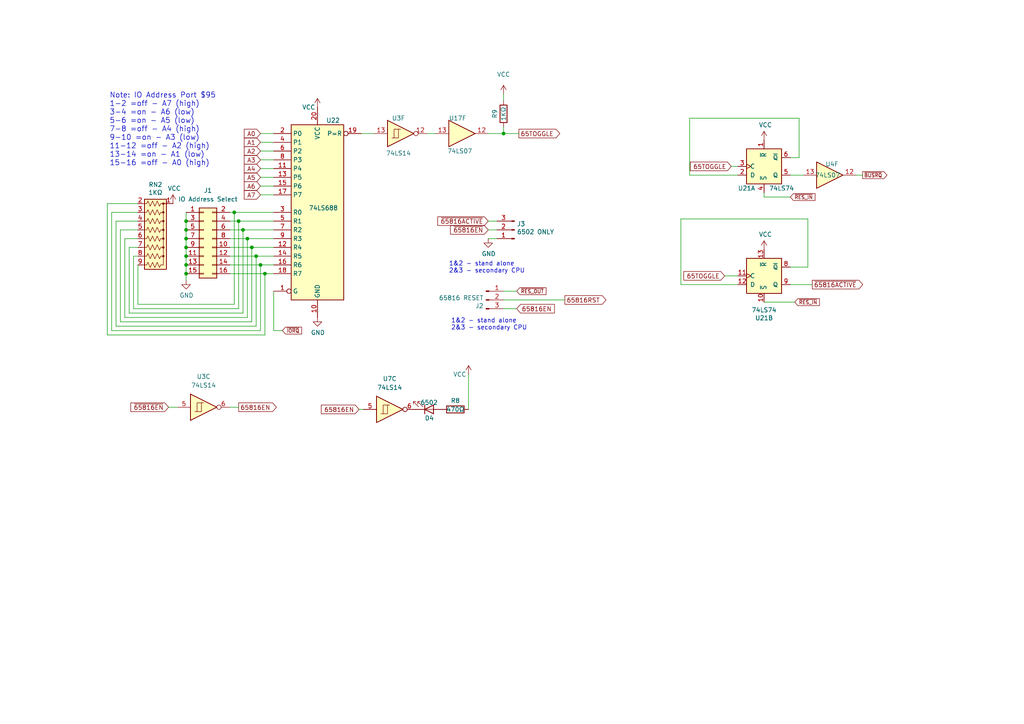
<source format=kicad_sch>
(kicad_sch (version 20211123) (generator eeschema)

  (uuid b09505b7-6490-48dc-8db5-36aab972f3f2)

  (paper "A4")

  (title_block
    (title "Duodyne 65816 CPU board")
    (date "2023-10-01")
    (rev "V0.80")
  )

  (lib_symbols
    (symbol "74xx:74LS07" (pin_names (offset 1.016)) (in_bom yes) (on_board yes)
      (property "Reference" "U" (id 0) (at 0 1.27 0)
        (effects (font (size 1.27 1.27)))
      )
      (property "Value" "74LS07" (id 1) (at 0 -1.27 0)
        (effects (font (size 1.27 1.27)))
      )
      (property "Footprint" "" (id 2) (at 0 0 0)
        (effects (font (size 1.27 1.27)) hide)
      )
      (property "Datasheet" "www.ti.com/lit/ds/symlink/sn74ls07.pdf" (id 3) (at 0 0 0)
        (effects (font (size 1.27 1.27)) hide)
      )
      (property "ki_locked" "" (id 4) (at 0 0 0)
        (effects (font (size 1.27 1.27)))
      )
      (property "ki_keywords" "TTL hex buffer OpenCol" (id 5) (at 0 0 0)
        (effects (font (size 1.27 1.27)) hide)
      )
      (property "ki_description" "Hex Buffers and Drivers With Open Collector High Voltage Outputs" (id 6) (at 0 0 0)
        (effects (font (size 1.27 1.27)) hide)
      )
      (property "ki_fp_filters" "SOIC*3.9x8.7mm*P1.27mm* TSSOP*4.4x5mm*P0.65mm* DIP*W7.62mm*" (id 7) (at 0 0 0)
        (effects (font (size 1.27 1.27)) hide)
      )
      (symbol "74LS07_1_0"
        (polyline
          (pts
            (xy -3.81 3.81)
            (xy -3.81 -3.81)
            (xy 3.81 0)
            (xy -3.81 3.81)
          )
          (stroke (width 0.254) (type default) (color 0 0 0 0))
          (fill (type background))
        )
        (pin input line (at -7.62 0 0) (length 3.81)
          (name "~" (effects (font (size 1.27 1.27))))
          (number "1" (effects (font (size 1.27 1.27))))
        )
        (pin open_collector line (at 7.62 0 180) (length 3.81)
          (name "~" (effects (font (size 1.27 1.27))))
          (number "2" (effects (font (size 1.27 1.27))))
        )
      )
      (symbol "74LS07_2_0"
        (polyline
          (pts
            (xy -3.81 3.81)
            (xy -3.81 -3.81)
            (xy 3.81 0)
            (xy -3.81 3.81)
          )
          (stroke (width 0.254) (type default) (color 0 0 0 0))
          (fill (type background))
        )
        (pin input line (at -7.62 0 0) (length 3.81)
          (name "~" (effects (font (size 1.27 1.27))))
          (number "3" (effects (font (size 1.27 1.27))))
        )
        (pin open_collector line (at 7.62 0 180) (length 3.81)
          (name "~" (effects (font (size 1.27 1.27))))
          (number "4" (effects (font (size 1.27 1.27))))
        )
      )
      (symbol "74LS07_3_0"
        (polyline
          (pts
            (xy -3.81 3.81)
            (xy -3.81 -3.81)
            (xy 3.81 0)
            (xy -3.81 3.81)
          )
          (stroke (width 0.254) (type default) (color 0 0 0 0))
          (fill (type background))
        )
        (pin input line (at -7.62 0 0) (length 3.81)
          (name "~" (effects (font (size 1.27 1.27))))
          (number "5" (effects (font (size 1.27 1.27))))
        )
        (pin open_collector line (at 7.62 0 180) (length 3.81)
          (name "~" (effects (font (size 1.27 1.27))))
          (number "6" (effects (font (size 1.27 1.27))))
        )
      )
      (symbol "74LS07_4_0"
        (polyline
          (pts
            (xy -3.81 3.81)
            (xy -3.81 -3.81)
            (xy 3.81 0)
            (xy -3.81 3.81)
          )
          (stroke (width 0.254) (type default) (color 0 0 0 0))
          (fill (type background))
        )
        (pin open_collector line (at 7.62 0 180) (length 3.81)
          (name "~" (effects (font (size 1.27 1.27))))
          (number "8" (effects (font (size 1.27 1.27))))
        )
        (pin input line (at -7.62 0 0) (length 3.81)
          (name "~" (effects (font (size 1.27 1.27))))
          (number "9" (effects (font (size 1.27 1.27))))
        )
      )
      (symbol "74LS07_5_0"
        (polyline
          (pts
            (xy -3.81 3.81)
            (xy -3.81 -3.81)
            (xy 3.81 0)
            (xy -3.81 3.81)
          )
          (stroke (width 0.254) (type default) (color 0 0 0 0))
          (fill (type background))
        )
        (pin open_collector line (at 7.62 0 180) (length 3.81)
          (name "~" (effects (font (size 1.27 1.27))))
          (number "10" (effects (font (size 1.27 1.27))))
        )
        (pin input line (at -7.62 0 0) (length 3.81)
          (name "~" (effects (font (size 1.27 1.27))))
          (number "11" (effects (font (size 1.27 1.27))))
        )
      )
      (symbol "74LS07_6_0"
        (polyline
          (pts
            (xy -3.81 3.81)
            (xy -3.81 -3.81)
            (xy 3.81 0)
            (xy -3.81 3.81)
          )
          (stroke (width 0.254) (type default) (color 0 0 0 0))
          (fill (type background))
        )
        (pin open_collector line (at 7.62 0 180) (length 3.81)
          (name "~" (effects (font (size 1.27 1.27))))
          (number "12" (effects (font (size 1.27 1.27))))
        )
        (pin input line (at -7.62 0 0) (length 3.81)
          (name "~" (effects (font (size 1.27 1.27))))
          (number "13" (effects (font (size 1.27 1.27))))
        )
      )
      (symbol "74LS07_7_0"
        (pin power_in line (at 0 12.7 270) (length 5.08)
          (name "VCC" (effects (font (size 1.27 1.27))))
          (number "14" (effects (font (size 1.27 1.27))))
        )
        (pin power_in line (at 0 -12.7 90) (length 5.08)
          (name "GND" (effects (font (size 1.27 1.27))))
          (number "7" (effects (font (size 1.27 1.27))))
        )
      )
      (symbol "74LS07_7_1"
        (rectangle (start -5.08 7.62) (end 5.08 -7.62)
          (stroke (width 0.254) (type default) (color 0 0 0 0))
          (fill (type background))
        )
      )
    )
    (symbol "74xx:74LS14" (pin_names (offset 1.016)) (in_bom yes) (on_board yes)
      (property "Reference" "U" (id 0) (at 0 1.27 0)
        (effects (font (size 1.27 1.27)))
      )
      (property "Value" "74LS14" (id 1) (at 0 -1.27 0)
        (effects (font (size 1.27 1.27)))
      )
      (property "Footprint" "" (id 2) (at 0 0 0)
        (effects (font (size 1.27 1.27)) hide)
      )
      (property "Datasheet" "http://www.ti.com/lit/gpn/sn74LS14" (id 3) (at 0 0 0)
        (effects (font (size 1.27 1.27)) hide)
      )
      (property "ki_locked" "" (id 4) (at 0 0 0)
        (effects (font (size 1.27 1.27)))
      )
      (property "ki_keywords" "TTL not inverter" (id 5) (at 0 0 0)
        (effects (font (size 1.27 1.27)) hide)
      )
      (property "ki_description" "Hex inverter schmitt trigger" (id 6) (at 0 0 0)
        (effects (font (size 1.27 1.27)) hide)
      )
      (property "ki_fp_filters" "DIP*W7.62mm*" (id 7) (at 0 0 0)
        (effects (font (size 1.27 1.27)) hide)
      )
      (symbol "74LS14_1_0"
        (polyline
          (pts
            (xy -3.81 3.81)
            (xy -3.81 -3.81)
            (xy 3.81 0)
            (xy -3.81 3.81)
          )
          (stroke (width 0.254) (type default) (color 0 0 0 0))
          (fill (type background))
        )
        (pin input line (at -7.62 0 0) (length 3.81)
          (name "~" (effects (font (size 1.27 1.27))))
          (number "1" (effects (font (size 1.27 1.27))))
        )
        (pin output inverted (at 7.62 0 180) (length 3.81)
          (name "~" (effects (font (size 1.27 1.27))))
          (number "2" (effects (font (size 1.27 1.27))))
        )
      )
      (symbol "74LS14_1_1"
        (polyline
          (pts
            (xy -1.905 -1.27)
            (xy -1.905 1.27)
            (xy -0.635 1.27)
          )
          (stroke (width 0) (type default) (color 0 0 0 0))
          (fill (type none))
        )
        (polyline
          (pts
            (xy -2.54 -1.27)
            (xy -0.635 -1.27)
            (xy -0.635 1.27)
            (xy 0 1.27)
          )
          (stroke (width 0) (type default) (color 0 0 0 0))
          (fill (type none))
        )
      )
      (symbol "74LS14_2_0"
        (polyline
          (pts
            (xy -3.81 3.81)
            (xy -3.81 -3.81)
            (xy 3.81 0)
            (xy -3.81 3.81)
          )
          (stroke (width 0.254) (type default) (color 0 0 0 0))
          (fill (type background))
        )
        (pin input line (at -7.62 0 0) (length 3.81)
          (name "~" (effects (font (size 1.27 1.27))))
          (number "3" (effects (font (size 1.27 1.27))))
        )
        (pin output inverted (at 7.62 0 180) (length 3.81)
          (name "~" (effects (font (size 1.27 1.27))))
          (number "4" (effects (font (size 1.27 1.27))))
        )
      )
      (symbol "74LS14_2_1"
        (polyline
          (pts
            (xy -1.905 -1.27)
            (xy -1.905 1.27)
            (xy -0.635 1.27)
          )
          (stroke (width 0) (type default) (color 0 0 0 0))
          (fill (type none))
        )
        (polyline
          (pts
            (xy -2.54 -1.27)
            (xy -0.635 -1.27)
            (xy -0.635 1.27)
            (xy 0 1.27)
          )
          (stroke (width 0) (type default) (color 0 0 0 0))
          (fill (type none))
        )
      )
      (symbol "74LS14_3_0"
        (polyline
          (pts
            (xy -3.81 3.81)
            (xy -3.81 -3.81)
            (xy 3.81 0)
            (xy -3.81 3.81)
          )
          (stroke (width 0.254) (type default) (color 0 0 0 0))
          (fill (type background))
        )
        (pin input line (at -7.62 0 0) (length 3.81)
          (name "~" (effects (font (size 1.27 1.27))))
          (number "5" (effects (font (size 1.27 1.27))))
        )
        (pin output inverted (at 7.62 0 180) (length 3.81)
          (name "~" (effects (font (size 1.27 1.27))))
          (number "6" (effects (font (size 1.27 1.27))))
        )
      )
      (symbol "74LS14_3_1"
        (polyline
          (pts
            (xy -1.905 -1.27)
            (xy -1.905 1.27)
            (xy -0.635 1.27)
          )
          (stroke (width 0) (type default) (color 0 0 0 0))
          (fill (type none))
        )
        (polyline
          (pts
            (xy -2.54 -1.27)
            (xy -0.635 -1.27)
            (xy -0.635 1.27)
            (xy 0 1.27)
          )
          (stroke (width 0) (type default) (color 0 0 0 0))
          (fill (type none))
        )
      )
      (symbol "74LS14_4_0"
        (polyline
          (pts
            (xy -3.81 3.81)
            (xy -3.81 -3.81)
            (xy 3.81 0)
            (xy -3.81 3.81)
          )
          (stroke (width 0.254) (type default) (color 0 0 0 0))
          (fill (type background))
        )
        (pin output inverted (at 7.62 0 180) (length 3.81)
          (name "~" (effects (font (size 1.27 1.27))))
          (number "8" (effects (font (size 1.27 1.27))))
        )
        (pin input line (at -7.62 0 0) (length 3.81)
          (name "~" (effects (font (size 1.27 1.27))))
          (number "9" (effects (font (size 1.27 1.27))))
        )
      )
      (symbol "74LS14_4_1"
        (polyline
          (pts
            (xy -1.905 -1.27)
            (xy -1.905 1.27)
            (xy -0.635 1.27)
          )
          (stroke (width 0) (type default) (color 0 0 0 0))
          (fill (type none))
        )
        (polyline
          (pts
            (xy -2.54 -1.27)
            (xy -0.635 -1.27)
            (xy -0.635 1.27)
            (xy 0 1.27)
          )
          (stroke (width 0) (type default) (color 0 0 0 0))
          (fill (type none))
        )
      )
      (symbol "74LS14_5_0"
        (polyline
          (pts
            (xy -3.81 3.81)
            (xy -3.81 -3.81)
            (xy 3.81 0)
            (xy -3.81 3.81)
          )
          (stroke (width 0.254) (type default) (color 0 0 0 0))
          (fill (type background))
        )
        (pin output inverted (at 7.62 0 180) (length 3.81)
          (name "~" (effects (font (size 1.27 1.27))))
          (number "10" (effects (font (size 1.27 1.27))))
        )
        (pin input line (at -7.62 0 0) (length 3.81)
          (name "~" (effects (font (size 1.27 1.27))))
          (number "11" (effects (font (size 1.27 1.27))))
        )
      )
      (symbol "74LS14_5_1"
        (polyline
          (pts
            (xy -1.905 -1.27)
            (xy -1.905 1.27)
            (xy -0.635 1.27)
          )
          (stroke (width 0) (type default) (color 0 0 0 0))
          (fill (type none))
        )
        (polyline
          (pts
            (xy -2.54 -1.27)
            (xy -0.635 -1.27)
            (xy -0.635 1.27)
            (xy 0 1.27)
          )
          (stroke (width 0) (type default) (color 0 0 0 0))
          (fill (type none))
        )
      )
      (symbol "74LS14_6_0"
        (polyline
          (pts
            (xy -3.81 3.81)
            (xy -3.81 -3.81)
            (xy 3.81 0)
            (xy -3.81 3.81)
          )
          (stroke (width 0.254) (type default) (color 0 0 0 0))
          (fill (type background))
        )
        (pin output inverted (at 7.62 0 180) (length 3.81)
          (name "~" (effects (font (size 1.27 1.27))))
          (number "12" (effects (font (size 1.27 1.27))))
        )
        (pin input line (at -7.62 0 0) (length 3.81)
          (name "~" (effects (font (size 1.27 1.27))))
          (number "13" (effects (font (size 1.27 1.27))))
        )
      )
      (symbol "74LS14_6_1"
        (polyline
          (pts
            (xy -1.905 -1.27)
            (xy -1.905 1.27)
            (xy -0.635 1.27)
          )
          (stroke (width 0) (type default) (color 0 0 0 0))
          (fill (type none))
        )
        (polyline
          (pts
            (xy -2.54 -1.27)
            (xy -0.635 -1.27)
            (xy -0.635 1.27)
            (xy 0 1.27)
          )
          (stroke (width 0) (type default) (color 0 0 0 0))
          (fill (type none))
        )
      )
      (symbol "74LS14_7_0"
        (pin power_in line (at 0 12.7 270) (length 5.08)
          (name "VCC" (effects (font (size 1.27 1.27))))
          (number "14" (effects (font (size 1.27 1.27))))
        )
        (pin power_in line (at 0 -12.7 90) (length 5.08)
          (name "GND" (effects (font (size 1.27 1.27))))
          (number "7" (effects (font (size 1.27 1.27))))
        )
      )
      (symbol "74LS14_7_1"
        (rectangle (start -5.08 7.62) (end 5.08 -7.62)
          (stroke (width 0.254) (type default) (color 0 0 0 0))
          (fill (type background))
        )
      )
    )
    (symbol "74xx:74LS688" (in_bom yes) (on_board yes)
      (property "Reference" "U" (id 0) (at -7.62 26.67 0)
        (effects (font (size 1.27 1.27)))
      )
      (property "Value" "74LS688" (id 1) (at -7.62 -26.67 0)
        (effects (font (size 1.27 1.27)))
      )
      (property "Footprint" "" (id 2) (at 0 0 0)
        (effects (font (size 1.27 1.27)) hide)
      )
      (property "Datasheet" "http://www.ti.com/lit/gpn/sn74LS688" (id 3) (at 0 0 0)
        (effects (font (size 1.27 1.27)) hide)
      )
      (property "ki_keywords" "TTL DECOD Arith" (id 4) (at 0 0 0)
        (effects (font (size 1.27 1.27)) hide)
      )
      (property "ki_description" "8-bit magnitude comparator" (id 5) (at 0 0 0)
        (effects (font (size 1.27 1.27)) hide)
      )
      (property "ki_fp_filters" "DIP?20* SOIC?20* SO?20* TSSOP?20*" (id 6) (at 0 0 0)
        (effects (font (size 1.27 1.27)) hide)
      )
      (symbol "74LS688_1_0"
        (pin input inverted (at -12.7 -22.86 0) (length 5.08)
          (name "G" (effects (font (size 1.27 1.27))))
          (number "1" (effects (font (size 1.27 1.27))))
        )
        (pin power_in line (at 0 -30.48 90) (length 5.08)
          (name "GND" (effects (font (size 1.27 1.27))))
          (number "10" (effects (font (size 1.27 1.27))))
        )
        (pin input line (at -12.7 12.7 0) (length 5.08)
          (name "P4" (effects (font (size 1.27 1.27))))
          (number "11" (effects (font (size 1.27 1.27))))
        )
        (pin input line (at -12.7 -10.16 0) (length 5.08)
          (name "R4" (effects (font (size 1.27 1.27))))
          (number "12" (effects (font (size 1.27 1.27))))
        )
        (pin input line (at -12.7 10.16 0) (length 5.08)
          (name "P5" (effects (font (size 1.27 1.27))))
          (number "13" (effects (font (size 1.27 1.27))))
        )
        (pin input line (at -12.7 -12.7 0) (length 5.08)
          (name "R5" (effects (font (size 1.27 1.27))))
          (number "14" (effects (font (size 1.27 1.27))))
        )
        (pin input line (at -12.7 7.62 0) (length 5.08)
          (name "P6" (effects (font (size 1.27 1.27))))
          (number "15" (effects (font (size 1.27 1.27))))
        )
        (pin input line (at -12.7 -15.24 0) (length 5.08)
          (name "R6" (effects (font (size 1.27 1.27))))
          (number "16" (effects (font (size 1.27 1.27))))
        )
        (pin input line (at -12.7 5.08 0) (length 5.08)
          (name "P7" (effects (font (size 1.27 1.27))))
          (number "17" (effects (font (size 1.27 1.27))))
        )
        (pin input line (at -12.7 -17.78 0) (length 5.08)
          (name "R7" (effects (font (size 1.27 1.27))))
          (number "18" (effects (font (size 1.27 1.27))))
        )
        (pin output inverted (at 12.7 22.86 180) (length 5.08)
          (name "P=R" (effects (font (size 1.27 1.27))))
          (number "19" (effects (font (size 1.27 1.27))))
        )
        (pin input line (at -12.7 22.86 0) (length 5.08)
          (name "P0" (effects (font (size 1.27 1.27))))
          (number "2" (effects (font (size 1.27 1.27))))
        )
        (pin power_in line (at 0 30.48 270) (length 5.08)
          (name "VCC" (effects (font (size 1.27 1.27))))
          (number "20" (effects (font (size 1.27 1.27))))
        )
        (pin input line (at -12.7 0 0) (length 5.08)
          (name "R0" (effects (font (size 1.27 1.27))))
          (number "3" (effects (font (size 1.27 1.27))))
        )
        (pin input line (at -12.7 20.32 0) (length 5.08)
          (name "P1" (effects (font (size 1.27 1.27))))
          (number "4" (effects (font (size 1.27 1.27))))
        )
        (pin input line (at -12.7 -2.54 0) (length 5.08)
          (name "R1" (effects (font (size 1.27 1.27))))
          (number "5" (effects (font (size 1.27 1.27))))
        )
        (pin input line (at -12.7 17.78 0) (length 5.08)
          (name "P2" (effects (font (size 1.27 1.27))))
          (number "6" (effects (font (size 1.27 1.27))))
        )
        (pin input line (at -12.7 -5.08 0) (length 5.08)
          (name "R2" (effects (font (size 1.27 1.27))))
          (number "7" (effects (font (size 1.27 1.27))))
        )
        (pin input line (at -12.7 15.24 0) (length 5.08)
          (name "P3" (effects (font (size 1.27 1.27))))
          (number "8" (effects (font (size 1.27 1.27))))
        )
        (pin input line (at -12.7 -7.62 0) (length 5.08)
          (name "R3" (effects (font (size 1.27 1.27))))
          (number "9" (effects (font (size 1.27 1.27))))
        )
      )
      (symbol "74LS688_1_1"
        (rectangle (start -7.62 25.4) (end 7.62 -25.4)
          (stroke (width 0.254) (type default) (color 0 0 0 0))
          (fill (type background))
        )
      )
    )
    (symbol "74xx:74LS74" (pin_names (offset 1.016)) (in_bom yes) (on_board yes)
      (property "Reference" "U" (id 0) (at -7.62 8.89 0)
        (effects (font (size 1.27 1.27)))
      )
      (property "Value" "74LS74" (id 1) (at -7.62 -8.89 0)
        (effects (font (size 1.27 1.27)))
      )
      (property "Footprint" "" (id 2) (at 0 0 0)
        (effects (font (size 1.27 1.27)) hide)
      )
      (property "Datasheet" "74xx/74hc_hct74.pdf" (id 3) (at 0 0 0)
        (effects (font (size 1.27 1.27)) hide)
      )
      (property "ki_locked" "" (id 4) (at 0 0 0)
        (effects (font (size 1.27 1.27)))
      )
      (property "ki_keywords" "TTL DFF" (id 5) (at 0 0 0)
        (effects (font (size 1.27 1.27)) hide)
      )
      (property "ki_description" "Dual D Flip-flop, Set & Reset" (id 6) (at 0 0 0)
        (effects (font (size 1.27 1.27)) hide)
      )
      (property "ki_fp_filters" "DIP*W7.62mm*" (id 7) (at 0 0 0)
        (effects (font (size 1.27 1.27)) hide)
      )
      (symbol "74LS74_1_0"
        (pin input line (at 0 -7.62 90) (length 2.54)
          (name "~{R}" (effects (font (size 1.27 1.27))))
          (number "1" (effects (font (size 1.27 1.27))))
        )
        (pin input line (at -7.62 2.54 0) (length 2.54)
          (name "D" (effects (font (size 1.27 1.27))))
          (number "2" (effects (font (size 1.27 1.27))))
        )
        (pin input clock (at -7.62 0 0) (length 2.54)
          (name "C" (effects (font (size 1.27 1.27))))
          (number "3" (effects (font (size 1.27 1.27))))
        )
        (pin input line (at 0 7.62 270) (length 2.54)
          (name "~{S}" (effects (font (size 1.27 1.27))))
          (number "4" (effects (font (size 1.27 1.27))))
        )
        (pin output line (at 7.62 2.54 180) (length 2.54)
          (name "Q" (effects (font (size 1.27 1.27))))
          (number "5" (effects (font (size 1.27 1.27))))
        )
        (pin output line (at 7.62 -2.54 180) (length 2.54)
          (name "~{Q}" (effects (font (size 1.27 1.27))))
          (number "6" (effects (font (size 1.27 1.27))))
        )
      )
      (symbol "74LS74_1_1"
        (rectangle (start -5.08 5.08) (end 5.08 -5.08)
          (stroke (width 0.254) (type default) (color 0 0 0 0))
          (fill (type background))
        )
      )
      (symbol "74LS74_2_0"
        (pin input line (at 0 7.62 270) (length 2.54)
          (name "~{S}" (effects (font (size 1.27 1.27))))
          (number "10" (effects (font (size 1.27 1.27))))
        )
        (pin input clock (at -7.62 0 0) (length 2.54)
          (name "C" (effects (font (size 1.27 1.27))))
          (number "11" (effects (font (size 1.27 1.27))))
        )
        (pin input line (at -7.62 2.54 0) (length 2.54)
          (name "D" (effects (font (size 1.27 1.27))))
          (number "12" (effects (font (size 1.27 1.27))))
        )
        (pin input line (at 0 -7.62 90) (length 2.54)
          (name "~{R}" (effects (font (size 1.27 1.27))))
          (number "13" (effects (font (size 1.27 1.27))))
        )
        (pin output line (at 7.62 -2.54 180) (length 2.54)
          (name "~{Q}" (effects (font (size 1.27 1.27))))
          (number "8" (effects (font (size 1.27 1.27))))
        )
        (pin output line (at 7.62 2.54 180) (length 2.54)
          (name "Q" (effects (font (size 1.27 1.27))))
          (number "9" (effects (font (size 1.27 1.27))))
        )
      )
      (symbol "74LS74_2_1"
        (rectangle (start -5.08 5.08) (end 5.08 -5.08)
          (stroke (width 0.254) (type default) (color 0 0 0 0))
          (fill (type background))
        )
      )
      (symbol "74LS74_3_0"
        (pin power_in line (at 0 10.16 270) (length 2.54)
          (name "VCC" (effects (font (size 1.27 1.27))))
          (number "14" (effects (font (size 1.27 1.27))))
        )
        (pin power_in line (at 0 -10.16 90) (length 2.54)
          (name "GND" (effects (font (size 1.27 1.27))))
          (number "7" (effects (font (size 1.27 1.27))))
        )
      )
      (symbol "74LS74_3_1"
        (rectangle (start -5.08 7.62) (end 5.08 -7.62)
          (stroke (width 0.254) (type default) (color 0 0 0 0))
          (fill (type background))
        )
      )
    )
    (symbol "Connector:Conn_01x03_Male" (pin_names (offset 1.016) hide) (in_bom yes) (on_board yes)
      (property "Reference" "J" (id 0) (at 0 5.08 0)
        (effects (font (size 1.27 1.27)))
      )
      (property "Value" "Conn_01x03_Male" (id 1) (at 0 -5.08 0)
        (effects (font (size 1.27 1.27)))
      )
      (property "Footprint" "" (id 2) (at 0 0 0)
        (effects (font (size 1.27 1.27)) hide)
      )
      (property "Datasheet" "~" (id 3) (at 0 0 0)
        (effects (font (size 1.27 1.27)) hide)
      )
      (property "ki_keywords" "connector" (id 4) (at 0 0 0)
        (effects (font (size 1.27 1.27)) hide)
      )
      (property "ki_description" "Generic connector, single row, 01x03, script generated (kicad-library-utils/schlib/autogen/connector/)" (id 5) (at 0 0 0)
        (effects (font (size 1.27 1.27)) hide)
      )
      (property "ki_fp_filters" "Connector*:*_1x??_*" (id 6) (at 0 0 0)
        (effects (font (size 1.27 1.27)) hide)
      )
      (symbol "Conn_01x03_Male_1_1"
        (polyline
          (pts
            (xy 1.27 -2.54)
            (xy 0.8636 -2.54)
          )
          (stroke (width 0.1524) (type default) (color 0 0 0 0))
          (fill (type none))
        )
        (polyline
          (pts
            (xy 1.27 0)
            (xy 0.8636 0)
          )
          (stroke (width 0.1524) (type default) (color 0 0 0 0))
          (fill (type none))
        )
        (polyline
          (pts
            (xy 1.27 2.54)
            (xy 0.8636 2.54)
          )
          (stroke (width 0.1524) (type default) (color 0 0 0 0))
          (fill (type none))
        )
        (rectangle (start 0.8636 -2.413) (end 0 -2.667)
          (stroke (width 0.1524) (type default) (color 0 0 0 0))
          (fill (type outline))
        )
        (rectangle (start 0.8636 0.127) (end 0 -0.127)
          (stroke (width 0.1524) (type default) (color 0 0 0 0))
          (fill (type outline))
        )
        (rectangle (start 0.8636 2.667) (end 0 2.413)
          (stroke (width 0.1524) (type default) (color 0 0 0 0))
          (fill (type outline))
        )
        (pin passive line (at 5.08 2.54 180) (length 3.81)
          (name "Pin_1" (effects (font (size 1.27 1.27))))
          (number "1" (effects (font (size 1.27 1.27))))
        )
        (pin passive line (at 5.08 0 180) (length 3.81)
          (name "Pin_2" (effects (font (size 1.27 1.27))))
          (number "2" (effects (font (size 1.27 1.27))))
        )
        (pin passive line (at 5.08 -2.54 180) (length 3.81)
          (name "Pin_3" (effects (font (size 1.27 1.27))))
          (number "3" (effects (font (size 1.27 1.27))))
        )
      )
    )
    (symbol "Connector_Generic:Conn_02x08_Odd_Even" (pin_names (offset 1.016) hide) (in_bom yes) (on_board yes)
      (property "Reference" "J" (id 0) (at 1.27 10.16 0)
        (effects (font (size 1.27 1.27)))
      )
      (property "Value" "Conn_02x08_Odd_Even" (id 1) (at 1.27 -12.7 0)
        (effects (font (size 1.27 1.27)))
      )
      (property "Footprint" "" (id 2) (at 0 0 0)
        (effects (font (size 1.27 1.27)) hide)
      )
      (property "Datasheet" "~" (id 3) (at 0 0 0)
        (effects (font (size 1.27 1.27)) hide)
      )
      (property "ki_keywords" "connector" (id 4) (at 0 0 0)
        (effects (font (size 1.27 1.27)) hide)
      )
      (property "ki_description" "Generic connector, double row, 02x08, odd/even pin numbering scheme (row 1 odd numbers, row 2 even numbers), script generated (kicad-library-utils/schlib/autogen/connector/)" (id 5) (at 0 0 0)
        (effects (font (size 1.27 1.27)) hide)
      )
      (property "ki_fp_filters" "Connector*:*_2x??_*" (id 6) (at 0 0 0)
        (effects (font (size 1.27 1.27)) hide)
      )
      (symbol "Conn_02x08_Odd_Even_1_1"
        (rectangle (start -1.27 -10.033) (end 0 -10.287)
          (stroke (width 0.1524) (type default) (color 0 0 0 0))
          (fill (type none))
        )
        (rectangle (start -1.27 -7.493) (end 0 -7.747)
          (stroke (width 0.1524) (type default) (color 0 0 0 0))
          (fill (type none))
        )
        (rectangle (start -1.27 -4.953) (end 0 -5.207)
          (stroke (width 0.1524) (type default) (color 0 0 0 0))
          (fill (type none))
        )
        (rectangle (start -1.27 -2.413) (end 0 -2.667)
          (stroke (width 0.1524) (type default) (color 0 0 0 0))
          (fill (type none))
        )
        (rectangle (start -1.27 0.127) (end 0 -0.127)
          (stroke (width 0.1524) (type default) (color 0 0 0 0))
          (fill (type none))
        )
        (rectangle (start -1.27 2.667) (end 0 2.413)
          (stroke (width 0.1524) (type default) (color 0 0 0 0))
          (fill (type none))
        )
        (rectangle (start -1.27 5.207) (end 0 4.953)
          (stroke (width 0.1524) (type default) (color 0 0 0 0))
          (fill (type none))
        )
        (rectangle (start -1.27 7.747) (end 0 7.493)
          (stroke (width 0.1524) (type default) (color 0 0 0 0))
          (fill (type none))
        )
        (rectangle (start -1.27 8.89) (end 3.81 -11.43)
          (stroke (width 0.254) (type default) (color 0 0 0 0))
          (fill (type background))
        )
        (rectangle (start 3.81 -10.033) (end 2.54 -10.287)
          (stroke (width 0.1524) (type default) (color 0 0 0 0))
          (fill (type none))
        )
        (rectangle (start 3.81 -7.493) (end 2.54 -7.747)
          (stroke (width 0.1524) (type default) (color 0 0 0 0))
          (fill (type none))
        )
        (rectangle (start 3.81 -4.953) (end 2.54 -5.207)
          (stroke (width 0.1524) (type default) (color 0 0 0 0))
          (fill (type none))
        )
        (rectangle (start 3.81 -2.413) (end 2.54 -2.667)
          (stroke (width 0.1524) (type default) (color 0 0 0 0))
          (fill (type none))
        )
        (rectangle (start 3.81 0.127) (end 2.54 -0.127)
          (stroke (width 0.1524) (type default) (color 0 0 0 0))
          (fill (type none))
        )
        (rectangle (start 3.81 2.667) (end 2.54 2.413)
          (stroke (width 0.1524) (type default) (color 0 0 0 0))
          (fill (type none))
        )
        (rectangle (start 3.81 5.207) (end 2.54 4.953)
          (stroke (width 0.1524) (type default) (color 0 0 0 0))
          (fill (type none))
        )
        (rectangle (start 3.81 7.747) (end 2.54 7.493)
          (stroke (width 0.1524) (type default) (color 0 0 0 0))
          (fill (type none))
        )
        (pin passive line (at -5.08 7.62 0) (length 3.81)
          (name "Pin_1" (effects (font (size 1.27 1.27))))
          (number "1" (effects (font (size 1.27 1.27))))
        )
        (pin passive line (at 7.62 -2.54 180) (length 3.81)
          (name "Pin_10" (effects (font (size 1.27 1.27))))
          (number "10" (effects (font (size 1.27 1.27))))
        )
        (pin passive line (at -5.08 -5.08 0) (length 3.81)
          (name "Pin_11" (effects (font (size 1.27 1.27))))
          (number "11" (effects (font (size 1.27 1.27))))
        )
        (pin passive line (at 7.62 -5.08 180) (length 3.81)
          (name "Pin_12" (effects (font (size 1.27 1.27))))
          (number "12" (effects (font (size 1.27 1.27))))
        )
        (pin passive line (at -5.08 -7.62 0) (length 3.81)
          (name "Pin_13" (effects (font (size 1.27 1.27))))
          (number "13" (effects (font (size 1.27 1.27))))
        )
        (pin passive line (at 7.62 -7.62 180) (length 3.81)
          (name "Pin_14" (effects (font (size 1.27 1.27))))
          (number "14" (effects (font (size 1.27 1.27))))
        )
        (pin passive line (at -5.08 -10.16 0) (length 3.81)
          (name "Pin_15" (effects (font (size 1.27 1.27))))
          (number "15" (effects (font (size 1.27 1.27))))
        )
        (pin passive line (at 7.62 -10.16 180) (length 3.81)
          (name "Pin_16" (effects (font (size 1.27 1.27))))
          (number "16" (effects (font (size 1.27 1.27))))
        )
        (pin passive line (at 7.62 7.62 180) (length 3.81)
          (name "Pin_2" (effects (font (size 1.27 1.27))))
          (number "2" (effects (font (size 1.27 1.27))))
        )
        (pin passive line (at -5.08 5.08 0) (length 3.81)
          (name "Pin_3" (effects (font (size 1.27 1.27))))
          (number "3" (effects (font (size 1.27 1.27))))
        )
        (pin passive line (at 7.62 5.08 180) (length 3.81)
          (name "Pin_4" (effects (font (size 1.27 1.27))))
          (number "4" (effects (font (size 1.27 1.27))))
        )
        (pin passive line (at -5.08 2.54 0) (length 3.81)
          (name "Pin_5" (effects (font (size 1.27 1.27))))
          (number "5" (effects (font (size 1.27 1.27))))
        )
        (pin passive line (at 7.62 2.54 180) (length 3.81)
          (name "Pin_6" (effects (font (size 1.27 1.27))))
          (number "6" (effects (font (size 1.27 1.27))))
        )
        (pin passive line (at -5.08 0 0) (length 3.81)
          (name "Pin_7" (effects (font (size 1.27 1.27))))
          (number "7" (effects (font (size 1.27 1.27))))
        )
        (pin passive line (at 7.62 0 180) (length 3.81)
          (name "Pin_8" (effects (font (size 1.27 1.27))))
          (number "8" (effects (font (size 1.27 1.27))))
        )
        (pin passive line (at -5.08 -2.54 0) (length 3.81)
          (name "Pin_9" (effects (font (size 1.27 1.27))))
          (number "9" (effects (font (size 1.27 1.27))))
        )
      )
    )
    (symbol "Device:LED" (pin_numbers hide) (pin_names (offset 1.016) hide) (in_bom yes) (on_board yes)
      (property "Reference" "D" (id 0) (at 0 2.54 0)
        (effects (font (size 1.27 1.27)))
      )
      (property "Value" "LED" (id 1) (at 0 -2.54 0)
        (effects (font (size 1.27 1.27)))
      )
      (property "Footprint" "" (id 2) (at 0 0 0)
        (effects (font (size 1.27 1.27)) hide)
      )
      (property "Datasheet" "~" (id 3) (at 0 0 0)
        (effects (font (size 1.27 1.27)) hide)
      )
      (property "ki_keywords" "LED diode" (id 4) (at 0 0 0)
        (effects (font (size 1.27 1.27)) hide)
      )
      (property "ki_description" "Light emitting diode" (id 5) (at 0 0 0)
        (effects (font (size 1.27 1.27)) hide)
      )
      (property "ki_fp_filters" "LED* LED_SMD:* LED_THT:*" (id 6) (at 0 0 0)
        (effects (font (size 1.27 1.27)) hide)
      )
      (symbol "LED_0_1"
        (polyline
          (pts
            (xy -1.27 -1.27)
            (xy -1.27 1.27)
          )
          (stroke (width 0.254) (type default) (color 0 0 0 0))
          (fill (type none))
        )
        (polyline
          (pts
            (xy -1.27 0)
            (xy 1.27 0)
          )
          (stroke (width 0) (type default) (color 0 0 0 0))
          (fill (type none))
        )
        (polyline
          (pts
            (xy 1.27 -1.27)
            (xy 1.27 1.27)
            (xy -1.27 0)
            (xy 1.27 -1.27)
          )
          (stroke (width 0.254) (type default) (color 0 0 0 0))
          (fill (type none))
        )
        (polyline
          (pts
            (xy -3.048 -0.762)
            (xy -4.572 -2.286)
            (xy -3.81 -2.286)
            (xy -4.572 -2.286)
            (xy -4.572 -1.524)
          )
          (stroke (width 0) (type default) (color 0 0 0 0))
          (fill (type none))
        )
        (polyline
          (pts
            (xy -1.778 -0.762)
            (xy -3.302 -2.286)
            (xy -2.54 -2.286)
            (xy -3.302 -2.286)
            (xy -3.302 -1.524)
          )
          (stroke (width 0) (type default) (color 0 0 0 0))
          (fill (type none))
        )
      )
      (symbol "LED_1_1"
        (pin passive line (at -3.81 0 0) (length 2.54)
          (name "K" (effects (font (size 1.27 1.27))))
          (number "1" (effects (font (size 1.27 1.27))))
        )
        (pin passive line (at 3.81 0 180) (length 2.54)
          (name "A" (effects (font (size 1.27 1.27))))
          (number "2" (effects (font (size 1.27 1.27))))
        )
      )
    )
    (symbol "Device:R" (pin_numbers hide) (pin_names (offset 0)) (in_bom yes) (on_board yes)
      (property "Reference" "R" (id 0) (at 2.032 0 90)
        (effects (font (size 1.27 1.27)))
      )
      (property "Value" "R" (id 1) (at 0 0 90)
        (effects (font (size 1.27 1.27)))
      )
      (property "Footprint" "" (id 2) (at -1.778 0 90)
        (effects (font (size 1.27 1.27)) hide)
      )
      (property "Datasheet" "~" (id 3) (at 0 0 0)
        (effects (font (size 1.27 1.27)) hide)
      )
      (property "ki_keywords" "R res resistor" (id 4) (at 0 0 0)
        (effects (font (size 1.27 1.27)) hide)
      )
      (property "ki_description" "Resistor" (id 5) (at 0 0 0)
        (effects (font (size 1.27 1.27)) hide)
      )
      (property "ki_fp_filters" "R_*" (id 6) (at 0 0 0)
        (effects (font (size 1.27 1.27)) hide)
      )
      (symbol "R_0_1"
        (rectangle (start -1.016 -2.54) (end 1.016 2.54)
          (stroke (width 0.254) (type default) (color 0 0 0 0))
          (fill (type none))
        )
      )
      (symbol "R_1_1"
        (pin passive line (at 0 3.81 270) (length 1.27)
          (name "~" (effects (font (size 1.27 1.27))))
          (number "1" (effects (font (size 1.27 1.27))))
        )
        (pin passive line (at 0 -3.81 90) (length 1.27)
          (name "~" (effects (font (size 1.27 1.27))))
          (number "2" (effects (font (size 1.27 1.27))))
        )
      )
    )
    (symbol "Device:R_Network08_US" (pin_names (offset 0) hide) (in_bom yes) (on_board yes)
      (property "Reference" "RN" (id 0) (at -12.7 0 90)
        (effects (font (size 1.27 1.27)))
      )
      (property "Value" "R_Network08_US" (id 1) (at 10.16 0 90)
        (effects (font (size 1.27 1.27)))
      )
      (property "Footprint" "Resistor_THT:R_Array_SIP9" (id 2) (at 12.065 0 90)
        (effects (font (size 1.27 1.27)) hide)
      )
      (property "Datasheet" "http://www.vishay.com/docs/31509/csc.pdf" (id 3) (at 0 0 0)
        (effects (font (size 1.27 1.27)) hide)
      )
      (property "ki_keywords" "R network star-topology" (id 4) (at 0 0 0)
        (effects (font (size 1.27 1.27)) hide)
      )
      (property "ki_description" "8 resistor network, star topology, bussed resistors, small US symbol" (id 5) (at 0 0 0)
        (effects (font (size 1.27 1.27)) hide)
      )
      (property "ki_fp_filters" "R?Array?SIP*" (id 6) (at 0 0 0)
        (effects (font (size 1.27 1.27)) hide)
      )
      (symbol "R_Network08_US_0_1"
        (rectangle (start -11.43 -3.175) (end 8.89 3.175)
          (stroke (width 0.254) (type default) (color 0 0 0 0))
          (fill (type background))
        )
        (circle (center -10.16 2.286) (radius 0.254)
          (stroke (width 0) (type default) (color 0 0 0 0))
          (fill (type outline))
        )
        (circle (center -7.62 2.286) (radius 0.254)
          (stroke (width 0) (type default) (color 0 0 0 0))
          (fill (type outline))
        )
        (circle (center -5.08 2.286) (radius 0.254)
          (stroke (width 0) (type default) (color 0 0 0 0))
          (fill (type outline))
        )
        (circle (center -2.54 2.286) (radius 0.254)
          (stroke (width 0) (type default) (color 0 0 0 0))
          (fill (type outline))
        )
        (polyline
          (pts
            (xy -10.16 2.286)
            (xy 7.62 2.286)
          )
          (stroke (width 0) (type default) (color 0 0 0 0))
          (fill (type none))
        )
        (polyline
          (pts
            (xy -10.16 2.286)
            (xy -10.16 1.524)
            (xy -9.398 1.1684)
            (xy -10.922 0.508)
            (xy -9.398 -0.1524)
            (xy -10.922 -0.8382)
            (xy -9.398 -1.524)
            (xy -10.922 -2.1844)
            (xy -10.16 -2.54)
            (xy -10.16 -3.81)
          )
          (stroke (width 0) (type default) (color 0 0 0 0))
          (fill (type none))
        )
        (polyline
          (pts
            (xy -7.62 2.286)
            (xy -7.62 1.524)
            (xy -6.858 1.1684)
            (xy -8.382 0.508)
            (xy -6.858 -0.1524)
            (xy -8.382 -0.8382)
            (xy -6.858 -1.524)
            (xy -8.382 -2.1844)
            (xy -7.62 -2.54)
            (xy -7.62 -3.81)
          )
          (stroke (width 0) (type default) (color 0 0 0 0))
          (fill (type none))
        )
        (polyline
          (pts
            (xy -5.08 2.286)
            (xy -5.08 1.524)
            (xy -4.318 1.1684)
            (xy -5.842 0.508)
            (xy -4.318 -0.1524)
            (xy -5.842 -0.8382)
            (xy -4.318 -1.524)
            (xy -5.842 -2.1844)
            (xy -5.08 -2.54)
            (xy -5.08 -3.81)
          )
          (stroke (width 0) (type default) (color 0 0 0 0))
          (fill (type none))
        )
        (polyline
          (pts
            (xy -2.54 2.286)
            (xy -2.54 1.524)
            (xy -1.778 1.1684)
            (xy -3.302 0.508)
            (xy -1.778 -0.1524)
            (xy -3.302 -0.8382)
            (xy -1.778 -1.524)
            (xy -3.302 -2.1844)
            (xy -2.54 -2.54)
            (xy -2.54 -3.81)
          )
          (stroke (width 0) (type default) (color 0 0 0 0))
          (fill (type none))
        )
        (polyline
          (pts
            (xy 0 2.286)
            (xy 0 1.524)
            (xy 0.762 1.1684)
            (xy -0.762 0.508)
            (xy 0.762 -0.1524)
            (xy -0.762 -0.8382)
            (xy 0.762 -1.524)
            (xy -0.762 -2.1844)
            (xy 0 -2.54)
            (xy 0 -3.81)
          )
          (stroke (width 0) (type default) (color 0 0 0 0))
          (fill (type none))
        )
        (polyline
          (pts
            (xy 2.54 2.286)
            (xy 2.54 1.524)
            (xy 3.302 1.1684)
            (xy 1.778 0.508)
            (xy 3.302 -0.1524)
            (xy 1.778 -0.8382)
            (xy 3.302 -1.524)
            (xy 1.778 -2.1844)
            (xy 2.54 -2.54)
            (xy 2.54 -3.81)
          )
          (stroke (width 0) (type default) (color 0 0 0 0))
          (fill (type none))
        )
        (polyline
          (pts
            (xy 5.08 2.286)
            (xy 5.08 1.524)
            (xy 5.842 1.1684)
            (xy 4.318 0.508)
            (xy 5.842 -0.1524)
            (xy 4.318 -0.8382)
            (xy 5.842 -1.524)
            (xy 4.318 -2.1844)
            (xy 5.08 -2.54)
            (xy 5.08 -3.81)
          )
          (stroke (width 0) (type default) (color 0 0 0 0))
          (fill (type none))
        )
        (polyline
          (pts
            (xy 7.62 2.286)
            (xy 7.62 1.524)
            (xy 8.382 1.1684)
            (xy 6.858 0.508)
            (xy 8.382 -0.1524)
            (xy 6.858 -0.8382)
            (xy 8.382 -1.524)
            (xy 6.858 -2.1844)
            (xy 7.62 -2.54)
            (xy 7.62 -3.81)
          )
          (stroke (width 0) (type default) (color 0 0 0 0))
          (fill (type none))
        )
        (circle (center 0 2.286) (radius 0.254)
          (stroke (width 0) (type default) (color 0 0 0 0))
          (fill (type outline))
        )
        (circle (center 2.54 2.286) (radius 0.254)
          (stroke (width 0) (type default) (color 0 0 0 0))
          (fill (type outline))
        )
        (circle (center 5.08 2.286) (radius 0.254)
          (stroke (width 0) (type default) (color 0 0 0 0))
          (fill (type outline))
        )
      )
      (symbol "R_Network08_US_1_1"
        (pin passive line (at -10.16 5.08 270) (length 2.54)
          (name "common" (effects (font (size 1.27 1.27))))
          (number "1" (effects (font (size 1.27 1.27))))
        )
        (pin passive line (at -10.16 -5.08 90) (length 1.27)
          (name "R1" (effects (font (size 1.27 1.27))))
          (number "2" (effects (font (size 1.27 1.27))))
        )
        (pin passive line (at -7.62 -5.08 90) (length 1.27)
          (name "R2" (effects (font (size 1.27 1.27))))
          (number "3" (effects (font (size 1.27 1.27))))
        )
        (pin passive line (at -5.08 -5.08 90) (length 1.27)
          (name "R3" (effects (font (size 1.27 1.27))))
          (number "4" (effects (font (size 1.27 1.27))))
        )
        (pin passive line (at -2.54 -5.08 90) (length 1.27)
          (name "R4" (effects (font (size 1.27 1.27))))
          (number "5" (effects (font (size 1.27 1.27))))
        )
        (pin passive line (at 0 -5.08 90) (length 1.27)
          (name "R5" (effects (font (size 1.27 1.27))))
          (number "6" (effects (font (size 1.27 1.27))))
        )
        (pin passive line (at 2.54 -5.08 90) (length 1.27)
          (name "R6" (effects (font (size 1.27 1.27))))
          (number "7" (effects (font (size 1.27 1.27))))
        )
        (pin passive line (at 5.08 -5.08 90) (length 1.27)
          (name "R7" (effects (font (size 1.27 1.27))))
          (number "8" (effects (font (size 1.27 1.27))))
        )
        (pin passive line (at 7.62 -5.08 90) (length 1.27)
          (name "R8" (effects (font (size 1.27 1.27))))
          (number "9" (effects (font (size 1.27 1.27))))
        )
      )
    )
    (symbol "VCC_1" (power) (pin_names (offset 0)) (in_bom yes) (on_board yes)
      (property "Reference" "#PWR" (id 0) (at 0 -3.81 0)
        (effects (font (size 1.27 1.27)) hide)
      )
      (property "Value" "VCC_1" (id 1) (at 0 3.81 0)
        (effects (font (size 1.27 1.27)))
      )
      (property "Footprint" "" (id 2) (at 0 0 0)
        (effects (font (size 1.27 1.27)) hide)
      )
      (property "Datasheet" "" (id 3) (at 0 0 0)
        (effects (font (size 1.27 1.27)) hide)
      )
      (property "ki_keywords" "global power" (id 4) (at 0 0 0)
        (effects (font (size 1.27 1.27)) hide)
      )
      (property "ki_description" "Power symbol creates a global label with name \"VCC\"" (id 5) (at 0 0 0)
        (effects (font (size 1.27 1.27)) hide)
      )
      (symbol "VCC_1_0_1"
        (polyline
          (pts
            (xy -0.762 1.27)
            (xy 0 2.54)
          )
          (stroke (width 0) (type default) (color 0 0 0 0))
          (fill (type none))
        )
        (polyline
          (pts
            (xy 0 0)
            (xy 0 2.54)
          )
          (stroke (width 0) (type default) (color 0 0 0 0))
          (fill (type none))
        )
        (polyline
          (pts
            (xy 0 2.54)
            (xy 0.762 1.27)
          )
          (stroke (width 0) (type default) (color 0 0 0 0))
          (fill (type none))
        )
      )
      (symbol "VCC_1_1_1"
        (pin power_in line (at 0 0 90) (length 0) hide
          (name "VCC" (effects (font (size 1.27 1.27))))
          (number "1" (effects (font (size 1.27 1.27))))
        )
      )
    )
    (symbol "power:GND" (power) (pin_names (offset 0)) (in_bom yes) (on_board yes)
      (property "Reference" "#PWR" (id 0) (at 0 -6.35 0)
        (effects (font (size 1.27 1.27)) hide)
      )
      (property "Value" "GND" (id 1) (at 0 -3.81 0)
        (effects (font (size 1.27 1.27)))
      )
      (property "Footprint" "" (id 2) (at 0 0 0)
        (effects (font (size 1.27 1.27)) hide)
      )
      (property "Datasheet" "" (id 3) (at 0 0 0)
        (effects (font (size 1.27 1.27)) hide)
      )
      (property "ki_keywords" "power-flag" (id 4) (at 0 0 0)
        (effects (font (size 1.27 1.27)) hide)
      )
      (property "ki_description" "Power symbol creates a global label with name \"GND\" , ground" (id 5) (at 0 0 0)
        (effects (font (size 1.27 1.27)) hide)
      )
      (symbol "GND_0_1"
        (polyline
          (pts
            (xy 0 0)
            (xy 0 -1.27)
            (xy 1.27 -1.27)
            (xy 0 -2.54)
            (xy -1.27 -1.27)
            (xy 0 -1.27)
          )
          (stroke (width 0) (type default) (color 0 0 0 0))
          (fill (type none))
        )
      )
      (symbol "GND_1_1"
        (pin power_in line (at 0 0 270) (length 0) hide
          (name "GND" (effects (font (size 1.27 1.27))))
          (number "1" (effects (font (size 1.27 1.27))))
        )
      )
    )
    (symbol "power:VCC" (power) (pin_names (offset 0)) (in_bom yes) (on_board yes)
      (property "Reference" "#PWR" (id 0) (at 0 -3.81 0)
        (effects (font (size 1.27 1.27)) hide)
      )
      (property "Value" "VCC" (id 1) (at 0 3.81 0)
        (effects (font (size 1.27 1.27)))
      )
      (property "Footprint" "" (id 2) (at 0 0 0)
        (effects (font (size 1.27 1.27)) hide)
      )
      (property "Datasheet" "" (id 3) (at 0 0 0)
        (effects (font (size 1.27 1.27)) hide)
      )
      (property "ki_keywords" "power-flag" (id 4) (at 0 0 0)
        (effects (font (size 1.27 1.27)) hide)
      )
      (property "ki_description" "Power symbol creates a global label with name \"VCC\"" (id 5) (at 0 0 0)
        (effects (font (size 1.27 1.27)) hide)
      )
      (symbol "VCC_0_1"
        (polyline
          (pts
            (xy -0.762 1.27)
            (xy 0 2.54)
          )
          (stroke (width 0) (type default) (color 0 0 0 0))
          (fill (type none))
        )
        (polyline
          (pts
            (xy 0 0)
            (xy 0 2.54)
          )
          (stroke (width 0) (type default) (color 0 0 0 0))
          (fill (type none))
        )
        (polyline
          (pts
            (xy 0 2.54)
            (xy 0.762 1.27)
          )
          (stroke (width 0) (type default) (color 0 0 0 0))
          (fill (type none))
        )
      )
      (symbol "VCC_1_1"
        (pin power_in line (at 0 0 90) (length 0) hide
          (name "VCC" (effects (font (size 1.27 1.27))))
          (number "1" (effects (font (size 1.27 1.27))))
        )
      )
    )
  )

  (junction (at 74.295 74.295) (diameter 0) (color 0 0 0 0)
    (uuid 01d171c6-76d8-41a4-b271-cbffe163d789)
  )
  (junction (at 73.025 71.755) (diameter 0) (color 0 0 0 0)
    (uuid 089f4827-8112-4ded-8839-4c6ae57a09e2)
  )
  (junction (at 53.975 66.675) (diameter 0) (color 0 0 0 0)
    (uuid 14145b49-ae7c-45c0-ac72-7ca9b7f3c00d)
  )
  (junction (at 146.05 38.735) (diameter 0) (color 0 0 0 0)
    (uuid 27531835-f985-486b-9c83-2e1bc25cd3ed)
  )
  (junction (at 69.215 64.135) (diameter 0) (color 0 0 0 0)
    (uuid 3a5c3d57-7a9d-441c-9ad4-45ea5f8ba3ae)
  )
  (junction (at 53.975 76.835) (diameter 0) (color 0 0 0 0)
    (uuid 4694cf54-470e-4bf5-92cd-1b3a891f3b7e)
  )
  (junction (at 76.835 79.375) (diameter 0) (color 0 0 0 0)
    (uuid 5489935e-6049-432e-83be-bd27ab59e4f3)
  )
  (junction (at 70.485 66.675) (diameter 0) (color 0 0 0 0)
    (uuid 5fff1052-8af1-4845-8d62-542a42413876)
  )
  (junction (at 53.975 79.375) (diameter 0) (color 0 0 0 0)
    (uuid 77f39f80-fca3-41b5-b469-c5926d125253)
  )
  (junction (at 71.755 69.215) (diameter 0) (color 0 0 0 0)
    (uuid 8223503b-d4d1-4205-b629-00a875aa95be)
  )
  (junction (at 53.975 64.135) (diameter 0) (color 0 0 0 0)
    (uuid a642193c-7898-45b2-9beb-cecbf18f8319)
  )
  (junction (at 53.975 74.295) (diameter 0) (color 0 0 0 0)
    (uuid ba6eea62-6e5f-4601-be02-c0813a95947a)
  )
  (junction (at 53.975 71.755) (diameter 0) (color 0 0 0 0)
    (uuid d3792ba7-c441-43d8-b458-cc81f817aa60)
  )
  (junction (at 75.565 76.835) (diameter 0) (color 0 0 0 0)
    (uuid d5c19c49-71da-45a1-ac33-eb502e37c38c)
  )
  (junction (at 67.945 61.595) (diameter 0) (color 0 0 0 0)
    (uuid dc1f9a37-18a3-41b5-bf8d-83777e1b39cc)
  )
  (junction (at 53.975 69.215) (diameter 0) (color 0 0 0 0)
    (uuid f2487a1a-aaeb-4fee-9de5-2d6ef16b59ce)
  )

  (wire (pts (xy 221.615 57.15) (xy 229.235 57.15))
    (stroke (width 0) (type default) (color 0 0 0 0))
    (uuid 055fc65d-d25e-4f6f-8102-4c62b0c55983)
  )
  (wire (pts (xy 74.295 74.295) (xy 79.375 74.295))
    (stroke (width 0) (type default) (color 0 0 0 0))
    (uuid 0a6c2c17-4d45-4e59-9d7f-d1dcb55ec9f1)
  )
  (wire (pts (xy 66.675 74.295) (xy 74.295 74.295))
    (stroke (width 0) (type default) (color 0 0 0 0))
    (uuid 0c6697a0-6e90-426c-ba0c-fdf598eaea71)
  )
  (wire (pts (xy 40.005 88.265) (xy 67.945 88.265))
    (stroke (width 0) (type default) (color 0 0 0 0))
    (uuid 0c968fe4-9524-45c4-98e6-1f61aab846e9)
  )
  (wire (pts (xy 200.025 34.29) (xy 231.775 34.29))
    (stroke (width 0) (type default) (color 0 0 0 0))
    (uuid 0d480791-e3ab-450d-ac97-a9bd24845a80)
  )
  (wire (pts (xy 40.005 71.755) (xy 37.465 71.755))
    (stroke (width 0) (type default) (color 0 0 0 0))
    (uuid 12416090-232b-4a22-ae28-85b026406d74)
  )
  (wire (pts (xy 53.975 71.755) (xy 53.975 74.295))
    (stroke (width 0) (type default) (color 0 0 0 0))
    (uuid 177dc55b-598d-4edd-ab37-c13aba83edb1)
  )
  (wire (pts (xy 51.435 118.11) (xy 48.895 118.11))
    (stroke (width 0) (type default) (color 0 0 0 0))
    (uuid 1c3df4bc-f2e5-4e7b-853c-81107ab761fe)
  )
  (wire (pts (xy 53.975 74.295) (xy 53.975 76.835))
    (stroke (width 0) (type default) (color 0 0 0 0))
    (uuid 207fdd02-b3ad-4ea6-b089-158657107766)
  )
  (wire (pts (xy 70.485 66.675) (xy 70.485 90.805))
    (stroke (width 0) (type default) (color 0 0 0 0))
    (uuid 20932240-b48a-409e-bbf7-5df16b6a23ce)
  )
  (wire (pts (xy 105.41 118.745) (xy 104.14 118.745))
    (stroke (width 0) (type default) (color 0 0 0 0))
    (uuid 255d6b32-b75c-4eca-9794-2ce2f13c431d)
  )
  (wire (pts (xy 36.195 92.075) (xy 36.195 69.215))
    (stroke (width 0) (type default) (color 0 0 0 0))
    (uuid 273703bd-b820-4a55-8eb4-d2a7b49c6e0d)
  )
  (wire (pts (xy 229.235 77.47) (xy 234.315 77.47))
    (stroke (width 0) (type default) (color 0 0 0 0))
    (uuid 28496d18-31ed-446a-a86e-aadbb8d75a1c)
  )
  (wire (pts (xy 66.675 61.595) (xy 67.945 61.595))
    (stroke (width 0) (type default) (color 0 0 0 0))
    (uuid 2a1e6742-4990-47b8-8bd6-05aeb6b96fad)
  )
  (wire (pts (xy 197.485 63.5) (xy 197.485 82.55))
    (stroke (width 0) (type default) (color 0 0 0 0))
    (uuid 2bbc537e-4c32-464b-a310-2122caf1f8e2)
  )
  (wire (pts (xy 66.675 64.135) (xy 69.215 64.135))
    (stroke (width 0) (type default) (color 0 0 0 0))
    (uuid 32ed3ce3-acc0-41be-9b48-50d682329b1b)
  )
  (wire (pts (xy 146.05 36.83) (xy 146.05 38.735))
    (stroke (width 0) (type default) (color 0 0 0 0))
    (uuid 362a0534-c124-415f-b66c-7c24b254f7d6)
  )
  (wire (pts (xy 79.375 43.815) (xy 75.565 43.815))
    (stroke (width 0) (type default) (color 0 0 0 0))
    (uuid 38b44f38-2ea8-492d-8cee-005b4854ac94)
  )
  (wire (pts (xy 229.235 50.8) (xy 233.045 50.8))
    (stroke (width 0) (type default) (color 0 0 0 0))
    (uuid 3bda67f1-53ed-4cd1-b560-7a64653fa932)
  )
  (wire (pts (xy 79.375 41.275) (xy 75.565 41.275))
    (stroke (width 0) (type default) (color 0 0 0 0))
    (uuid 3cfa3d1c-4f00-4384-871d-fea6d3a8d947)
  )
  (wire (pts (xy 146.05 84.455) (xy 149.86 84.455))
    (stroke (width 0) (type default) (color 0 0 0 0))
    (uuid 3e4b5e37-97cc-4ff4-96f3-8ebb15143c8a)
  )
  (wire (pts (xy 123.825 38.735) (xy 126.365 38.735))
    (stroke (width 0) (type default) (color 0 0 0 0))
    (uuid 3f962839-ed20-4c56-8e4c-f72d30018308)
  )
  (wire (pts (xy 79.375 56.515) (xy 75.565 56.515))
    (stroke (width 0) (type default) (color 0 0 0 0))
    (uuid 4180aedf-541d-41db-b313-fdc39ad0f743)
  )
  (wire (pts (xy 38.735 74.295) (xy 40.005 74.295))
    (stroke (width 0) (type default) (color 0 0 0 0))
    (uuid 45046e41-9eca-4532-8fbd-9b0b56ad3029)
  )
  (wire (pts (xy 74.295 94.615) (xy 33.655 94.615))
    (stroke (width 0) (type default) (color 0 0 0 0))
    (uuid 47d01460-9c89-4a4f-9854-5a0ea3ea94bc)
  )
  (wire (pts (xy 70.485 66.675) (xy 79.375 66.675))
    (stroke (width 0) (type default) (color 0 0 0 0))
    (uuid 4b3c86dc-0345-4e44-af5f-9f23a6e159aa)
  )
  (wire (pts (xy 75.565 95.885) (xy 32.385 95.885))
    (stroke (width 0) (type default) (color 0 0 0 0))
    (uuid 4c41991a-9bd4-43a9-bde0-72153f3b8c40)
  )
  (wire (pts (xy 146.05 38.735) (xy 150.495 38.735))
    (stroke (width 0) (type default) (color 0 0 0 0))
    (uuid 4c73afd6-882e-4f2b-a848-e91408fde0d2)
  )
  (wire (pts (xy 79.375 95.885) (xy 81.915 95.885))
    (stroke (width 0) (type default) (color 0 0 0 0))
    (uuid 4d1d0aeb-84f2-4f21-a3f9-1b8c962e8559)
  )
  (wire (pts (xy 221.615 55.88) (xy 221.615 57.15))
    (stroke (width 0) (type default) (color 0 0 0 0))
    (uuid 4fc160e9-6f3c-4cb0-8cb2-f2c993f8776d)
  )
  (wire (pts (xy 53.975 69.215) (xy 53.975 71.755))
    (stroke (width 0) (type default) (color 0 0 0 0))
    (uuid 53558c54-62c1-4ece-8d6e-cebcfdd4931d)
  )
  (wire (pts (xy 229.235 82.55) (xy 235.585 82.55))
    (stroke (width 0) (type default) (color 0 0 0 0))
    (uuid 56f47d82-2d1a-4fe7-a3c6-d6991da702a7)
  )
  (wire (pts (xy 31.115 97.155) (xy 31.115 59.055))
    (stroke (width 0) (type default) (color 0 0 0 0))
    (uuid 574a4aa1-5c76-4b73-947a-4c0325419d9a)
  )
  (wire (pts (xy 32.385 61.595) (xy 40.005 61.595))
    (stroke (width 0) (type default) (color 0 0 0 0))
    (uuid 584304b4-af3e-4807-a6e7-f14a4ba1f3af)
  )
  (wire (pts (xy 141.605 64.135) (xy 144.145 64.135))
    (stroke (width 0) (type default) (color 0 0 0 0))
    (uuid 5b4b1423-9c9f-42df-94b1-c7f3498104ad)
  )
  (wire (pts (xy 141.605 38.735) (xy 146.05 38.735))
    (stroke (width 0) (type default) (color 0 0 0 0))
    (uuid 61aac9fe-8331-4e2d-ad08-e3654c8ab3c6)
  )
  (wire (pts (xy 75.565 76.835) (xy 75.565 95.885))
    (stroke (width 0) (type default) (color 0 0 0 0))
    (uuid 6267230a-8163-4f72-88b9-906cfd65365d)
  )
  (wire (pts (xy 79.375 51.435) (xy 75.565 51.435))
    (stroke (width 0) (type default) (color 0 0 0 0))
    (uuid 6282cc91-7b4c-4023-9bac-e6b9f694c614)
  )
  (wire (pts (xy 79.375 46.355) (xy 75.565 46.355))
    (stroke (width 0) (type default) (color 0 0 0 0))
    (uuid 629dc4c6-5ae4-47fa-844b-b6e79de1064e)
  )
  (wire (pts (xy 67.945 61.595) (xy 79.375 61.595))
    (stroke (width 0) (type default) (color 0 0 0 0))
    (uuid 633f850b-6b9d-4645-aff0-1aebd00b7b93)
  )
  (wire (pts (xy 146.05 86.995) (xy 163.83 86.995))
    (stroke (width 0) (type default) (color 0 0 0 0))
    (uuid 6dd0fb4c-129c-481d-859f-59ace2822073)
  )
  (wire (pts (xy 75.565 76.835) (xy 79.375 76.835))
    (stroke (width 0) (type default) (color 0 0 0 0))
    (uuid 71587f6e-03d4-4501-9173-da260fd80f37)
  )
  (wire (pts (xy 32.385 95.885) (xy 32.385 61.595))
    (stroke (width 0) (type default) (color 0 0 0 0))
    (uuid 72595a24-f647-45df-9948-44a62c404bf1)
  )
  (wire (pts (xy 53.975 64.135) (xy 53.975 66.675))
    (stroke (width 0) (type default) (color 0 0 0 0))
    (uuid 7519deb1-065b-4464-bff9-134748eb35ab)
  )
  (wire (pts (xy 53.975 66.675) (xy 53.975 69.215))
    (stroke (width 0) (type default) (color 0 0 0 0))
    (uuid 76a7f044-0146-482a-8976-ba82aac9c5a2)
  )
  (wire (pts (xy 197.485 82.55) (xy 213.995 82.55))
    (stroke (width 0) (type default) (color 0 0 0 0))
    (uuid 771c0da0-bb39-413a-ab9a-a71090e4cbf8)
  )
  (wire (pts (xy 79.375 84.455) (xy 79.375 95.885))
    (stroke (width 0) (type default) (color 0 0 0 0))
    (uuid 77ee0d95-5d4d-4bf1-b4b0-62cff1cdadec)
  )
  (wire (pts (xy 66.675 76.835) (xy 75.565 76.835))
    (stroke (width 0) (type default) (color 0 0 0 0))
    (uuid 7a280ad2-2e12-4458-bd66-e0fb0932e466)
  )
  (wire (pts (xy 234.315 63.5) (xy 197.485 63.5))
    (stroke (width 0) (type default) (color 0 0 0 0))
    (uuid 7bd63091-72a9-4bdb-8f57-ca7d775d4e39)
  )
  (wire (pts (xy 66.675 69.215) (xy 71.755 69.215))
    (stroke (width 0) (type default) (color 0 0 0 0))
    (uuid 7d9faeb9-f098-443d-994c-323a43c1b1bd)
  )
  (wire (pts (xy 248.285 50.8) (xy 250.19 50.8))
    (stroke (width 0) (type default) (color 0 0 0 0))
    (uuid 884e0370-f295-475c-b3e5-2ea6ce7c5390)
  )
  (wire (pts (xy 40.005 76.835) (xy 40.005 88.265))
    (stroke (width 0) (type default) (color 0 0 0 0))
    (uuid 8cd8ae37-75ff-4cd7-b4f2-14cf06b05aed)
  )
  (wire (pts (xy 66.675 79.375) (xy 76.835 79.375))
    (stroke (width 0) (type default) (color 0 0 0 0))
    (uuid 8fcbdf0a-c3f1-41bd-8aaa-f288d91a5fc6)
  )
  (wire (pts (xy 234.315 77.47) (xy 234.315 63.5))
    (stroke (width 0) (type default) (color 0 0 0 0))
    (uuid 909283f6-bda9-4c45-965a-9885ee4cc851)
  )
  (wire (pts (xy 69.215 89.535) (xy 38.735 89.535))
    (stroke (width 0) (type default) (color 0 0 0 0))
    (uuid 9096178d-7af9-4e9f-ad57-457fbce83967)
  )
  (wire (pts (xy 79.375 38.735) (xy 75.565 38.735))
    (stroke (width 0) (type default) (color 0 0 0 0))
    (uuid 93a9f724-c4b9-482c-9997-9a6a48cdfc90)
  )
  (wire (pts (xy 221.615 87.63) (xy 230.505 87.63))
    (stroke (width 0) (type default) (color 0 0 0 0))
    (uuid a20bf4d6-fe87-4722-8ad2-63a127fbcacf)
  )
  (wire (pts (xy 200.025 50.8) (xy 213.995 50.8))
    (stroke (width 0) (type default) (color 0 0 0 0))
    (uuid a36cea0c-cd04-4f4a-bd56-acd4d2ed20cd)
  )
  (wire (pts (xy 67.945 61.595) (xy 67.945 88.265))
    (stroke (width 0) (type default) (color 0 0 0 0))
    (uuid a4845d01-0970-4e10-9fff-24f3c6be11cd)
  )
  (wire (pts (xy 79.375 53.975) (xy 75.565 53.975))
    (stroke (width 0) (type default) (color 0 0 0 0))
    (uuid a4c8b82c-f04b-485b-9053-2c54883c13b0)
  )
  (wire (pts (xy 71.755 92.075) (xy 36.195 92.075))
    (stroke (width 0) (type default) (color 0 0 0 0))
    (uuid a6292999-6dd6-4b8d-aa0d-b50077b517ba)
  )
  (wire (pts (xy 74.295 74.295) (xy 74.295 94.615))
    (stroke (width 0) (type default) (color 0 0 0 0))
    (uuid a88f8843-4c2c-4e62-a8e0-ec293b9f415e)
  )
  (wire (pts (xy 212.09 48.26) (xy 213.995 48.26))
    (stroke (width 0) (type default) (color 0 0 0 0))
    (uuid b1a5ea0c-3d1d-4f76-98c4-05d113817d14)
  )
  (wire (pts (xy 79.375 48.895) (xy 75.565 48.895))
    (stroke (width 0) (type default) (color 0 0 0 0))
    (uuid b23130be-1f7e-47e8-9286-64701d92b8eb)
  )
  (wire (pts (xy 69.215 64.135) (xy 79.375 64.135))
    (stroke (width 0) (type default) (color 0 0 0 0))
    (uuid b8674a4c-4a73-4795-b054-3ea530f3e803)
  )
  (wire (pts (xy 66.675 118.11) (xy 69.215 118.11))
    (stroke (width 0) (type default) (color 0 0 0 0))
    (uuid b8aebf40-2edf-4729-86fc-32516f59a6da)
  )
  (wire (pts (xy 135.89 118.745) (xy 135.89 108.585))
    (stroke (width 0) (type default) (color 0 0 0 0))
    (uuid b9f87dee-2f70-4604-ab78-3c55f773b980)
  )
  (wire (pts (xy 71.755 69.215) (xy 71.755 92.075))
    (stroke (width 0) (type default) (color 0 0 0 0))
    (uuid bda231e5-0b78-41a0-8afb-b7da4c108e89)
  )
  (wire (pts (xy 141.605 69.215) (xy 144.145 69.215))
    (stroke (width 0) (type default) (color 0 0 0 0))
    (uuid c0aa4624-0cfd-4982-832e-01d5ed303831)
  )
  (wire (pts (xy 66.675 66.675) (xy 70.485 66.675))
    (stroke (width 0) (type default) (color 0 0 0 0))
    (uuid c4b0eaa7-1389-4496-938c-8bd0a492808c)
  )
  (wire (pts (xy 71.755 69.215) (xy 79.375 69.215))
    (stroke (width 0) (type default) (color 0 0 0 0))
    (uuid c5676ba8-a418-4223-b08a-673fe3d9c631)
  )
  (wire (pts (xy 231.775 45.72) (xy 229.235 45.72))
    (stroke (width 0) (type default) (color 0 0 0 0))
    (uuid c650b191-489f-4f17-b3e7-caab40983616)
  )
  (wire (pts (xy 66.675 71.755) (xy 73.025 71.755))
    (stroke (width 0) (type default) (color 0 0 0 0))
    (uuid c88d9738-eb04-4c72-819d-810e0f253fb7)
  )
  (wire (pts (xy 104.775 38.735) (xy 108.585 38.735))
    (stroke (width 0) (type default) (color 0 0 0 0))
    (uuid c8a6f389-ccf5-4e0a-80f1-81055980db87)
  )
  (wire (pts (xy 69.215 64.135) (xy 69.215 89.535))
    (stroke (width 0) (type default) (color 0 0 0 0))
    (uuid c9a657fc-a557-4f56-a14a-b6206404c0ef)
  )
  (wire (pts (xy 37.465 90.805) (xy 70.485 90.805))
    (stroke (width 0) (type default) (color 0 0 0 0))
    (uuid c9a9ca66-0a45-4a1e-86f5-90c26d64efa2)
  )
  (wire (pts (xy 53.975 76.835) (xy 53.975 79.375))
    (stroke (width 0) (type default) (color 0 0 0 0))
    (uuid ca13f10b-9b07-4b32-8255-72e4a363f38e)
  )
  (wire (pts (xy 141.605 66.675) (xy 144.145 66.675))
    (stroke (width 0) (type default) (color 0 0 0 0))
    (uuid d625a847-0510-4ac9-8a13-3cadf2439fe0)
  )
  (wire (pts (xy 53.975 79.375) (xy 53.975 81.28))
    (stroke (width 0) (type default) (color 0 0 0 0))
    (uuid d7ec3d91-85a1-4208-9142-6c74e41a5499)
  )
  (wire (pts (xy 38.735 89.535) (xy 38.735 74.295))
    (stroke (width 0) (type default) (color 0 0 0 0))
    (uuid d9381d11-dfc5-4836-b945-8e2a47c2b2b4)
  )
  (wire (pts (xy 200.025 34.29) (xy 200.025 50.8))
    (stroke (width 0) (type default) (color 0 0 0 0))
    (uuid d95ff29a-44f8-45a5-bf3d-fa95760a7d99)
  )
  (wire (pts (xy 73.025 71.755) (xy 73.025 93.345))
    (stroke (width 0) (type default) (color 0 0 0 0))
    (uuid db2d41c2-0f5c-4d07-a19f-f8032d6bef63)
  )
  (wire (pts (xy 36.195 69.215) (xy 40.005 69.215))
    (stroke (width 0) (type default) (color 0 0 0 0))
    (uuid dc30305d-63a4-4351-ba4b-2894eca23774)
  )
  (wire (pts (xy 40.005 66.675) (xy 34.925 66.675))
    (stroke (width 0) (type default) (color 0 0 0 0))
    (uuid de16b7ef-dfc6-44ae-b464-9b7f20b5d9e9)
  )
  (wire (pts (xy 73.025 71.755) (xy 79.375 71.755))
    (stroke (width 0) (type default) (color 0 0 0 0))
    (uuid dfe5483f-5a66-485a-8c69-0318735b7154)
  )
  (wire (pts (xy 31.115 59.055) (xy 40.005 59.055))
    (stroke (width 0) (type default) (color 0 0 0 0))
    (uuid e1b8b45c-0075-4530-8c58-fa1a5ac5eb60)
  )
  (wire (pts (xy 34.925 93.345) (xy 73.025 93.345))
    (stroke (width 0) (type default) (color 0 0 0 0))
    (uuid e1de9fb8-0a56-4532-bd2c-8a569b9be51c)
  )
  (wire (pts (xy 33.655 94.615) (xy 33.655 64.135))
    (stroke (width 0) (type default) (color 0 0 0 0))
    (uuid e3d88380-06e0-48b6-98f3-b5a2ba3d72d2)
  )
  (wire (pts (xy 231.775 34.29) (xy 231.775 45.72))
    (stroke (width 0) (type default) (color 0 0 0 0))
    (uuid e625bf3a-01da-459d-8bab-6b7d466e903f)
  )
  (wire (pts (xy 76.835 79.375) (xy 79.375 79.375))
    (stroke (width 0) (type default) (color 0 0 0 0))
    (uuid e7774a05-7341-495a-ab77-b236b1af8427)
  )
  (wire (pts (xy 76.835 79.375) (xy 76.835 97.155))
    (stroke (width 0) (type default) (color 0 0 0 0))
    (uuid ed54ad89-3361-4815-8e3c-ba9b0e9da7b6)
  )
  (wire (pts (xy 146.05 27.305) (xy 146.05 29.21))
    (stroke (width 0) (type default) (color 0 0 0 0))
    (uuid eda6f7bd-bf3d-47e3-ae91-711bec7ebeca)
  )
  (wire (pts (xy 53.975 61.595) (xy 53.975 64.135))
    (stroke (width 0) (type default) (color 0 0 0 0))
    (uuid ee80b84d-04b4-4234-bca6-0a1434af4e7e)
  )
  (wire (pts (xy 76.835 97.155) (xy 31.115 97.155))
    (stroke (width 0) (type default) (color 0 0 0 0))
    (uuid f47b8083-5e59-4f7e-91da-35f9768b6059)
  )
  (wire (pts (xy 34.925 66.675) (xy 34.925 93.345))
    (stroke (width 0) (type default) (color 0 0 0 0))
    (uuid f5e2ffb9-0185-4108-b6c4-4eff2ac5fd7b)
  )
  (wire (pts (xy 33.655 64.135) (xy 40.005 64.135))
    (stroke (width 0) (type default) (color 0 0 0 0))
    (uuid f901886f-e035-42a3-82f7-3770aac4902d)
  )
  (wire (pts (xy 146.05 89.535) (xy 149.86 89.535))
    (stroke (width 0) (type default) (color 0 0 0 0))
    (uuid f9ac0b78-21e7-4893-85e1-da62cd605843)
  )
  (wire (pts (xy 210.185 80.01) (xy 213.995 80.01))
    (stroke (width 0) (type default) (color 0 0 0 0))
    (uuid fa9214f0-6aea-4ae8-80d8-724f3a59ad27)
  )
  (wire (pts (xy 37.465 71.755) (xy 37.465 90.805))
    (stroke (width 0) (type default) (color 0 0 0 0))
    (uuid fc3b14d2-55e2-4e0b-b68b-32adeb4cac24)
  )

  (text "1&2 - stand alone\n2&3 - secondary CPU" (at 130.81 95.885 0)
    (effects (font (size 1.27 1.27)) (justify left bottom))
    (uuid 34327fb1-27ee-49a2-8d22-3a14e0c0e6ec)
  )
  (text "Note: IO Address Port $95\n1-2 =off - A7 (high)\n3-4 =on - A6 (low)\n5-6 =on - A5 (low)\n7-8 =off - A4 (high)\n9-10 =on - A3 (low)\n11-12 =off - A2 (high)\n13-14 =on - A1 (low)\n15-16 =off - A0 (high)"
    (at 31.75 48.26 0)
    (effects (font (size 1.524 1.524)) (justify left bottom))
    (uuid 9180d4fb-0950-4518-86fa-79a080d216a1)
  )
  (text "1&2 - stand alone\n2&3 - secondary CPU" (at 130.175 79.375 0)
    (effects (font (size 1.27 1.27)) (justify left bottom))
    (uuid b6d3e92a-c1ae-40b4-82e0-b831c5b5d6b5)
  )

  (global_label "~{65816ACTIVE}" (shape input) (at 141.605 64.135 180) (fields_autoplaced)
    (effects (font (size 1.27 1.27)) (justify right))
    (uuid 0c727052-9c66-48a4-9d76-990a4d9d9f2e)
    (property "Intersheet References" "${INTERSHEET_REFS}" (id 0) (at 127.0646 64.0556 0)
      (effects (font (size 1.27 1.27)) (justify right) hide)
    )
  )
  (global_label "A1" (shape input) (at 75.565 41.275 180) (fields_autoplaced)
    (effects (font (size 1.27 1.27)) (justify right))
    (uuid 0ece0048-6051-4f41-92dc-3bec007053e3)
    (property "Intersheet References" "${INTERSHEET_REFS}" (id 0) (at -69.215 -99.695 0)
      (effects (font (size 1.27 1.27)) hide)
    )
  )
  (global_label "A0" (shape input) (at 75.565 38.735 180) (fields_autoplaced)
    (effects (font (size 1.27 1.27)) (justify right))
    (uuid 1b0b4566-177e-45b6-b05c-65b75571ecc7)
    (property "Intersheet References" "${INTERSHEET_REFS}" (id 0) (at -69.215 -99.695 0)
      (effects (font (size 1.27 1.27)) hide)
    )
  )
  (global_label "~{65816EN}" (shape input) (at 141.605 66.675 180) (fields_autoplaced)
    (effects (font (size 1.27 1.27)) (justify right))
    (uuid 234928df-8a07-4904-b451-1bf3324640b4)
    (property "Intersheet References" "${INTERSHEET_REFS}" (id 0) (at 130.7537 66.5956 0)
      (effects (font (size 1.27 1.27)) (justify right) hide)
    )
  )
  (global_label "~{65816ACTIVE}" (shape output) (at 235.585 82.55 0) (fields_autoplaced)
    (effects (font (size 1.27 1.27)) (justify left))
    (uuid 24f6b0fb-bd80-4b7b-a290-3392d0dc1689)
    (property "Intersheet References" "${INTERSHEET_REFS}" (id 0) (at 250.1254 82.4706 0)
      (effects (font (size 1.27 1.27)) (justify left) hide)
    )
  )
  (global_label "A5" (shape input) (at 75.565 51.435 180) (fields_autoplaced)
    (effects (font (size 1.27 1.27)) (justify right))
    (uuid 49dfdcc9-b897-4292-9b07-3951cf4de24a)
    (property "Intersheet References" "${INTERSHEET_REFS}" (id 0) (at -69.215 -99.695 0)
      (effects (font (size 1.27 1.27)) hide)
    )
  )
  (global_label "65816RST" (shape output) (at 163.83 86.995 0) (fields_autoplaced)
    (effects (font (size 1.27 1.27)) (justify left))
    (uuid 534f40dd-e958-4403-998b-2aab5630d113)
    (property "Intersheet References" "${INTERSHEET_REFS}" (id 0) (at 175.649 86.9156 0)
      (effects (font (size 1.27 1.27)) (justify left) hide)
    )
  )
  (global_label "~{RES_OUT}" (shape input) (at 149.86 84.455 0) (fields_autoplaced)
    (effects (font (size 1.016 1.016)) (justify left))
    (uuid 61b2d5ef-5d6a-4a88-97e1-71846b1ec48f)
    (property "Intersheet References" "${INTERSHEET_REFS}" (id 0) (at 158.2991 84.3915 0)
      (effects (font (size 1.016 1.016)) (justify left) hide)
    )
  )
  (global_label "A4" (shape input) (at 75.565 48.895 180) (fields_autoplaced)
    (effects (font (size 1.27 1.27)) (justify right))
    (uuid 6f73674d-6445-4141-8f2c-92ed21e5b336)
    (property "Intersheet References" "${INTERSHEET_REFS}" (id 0) (at -69.215 -99.695 0)
      (effects (font (size 1.27 1.27)) hide)
    )
  )
  (global_label "65816EN" (shape output) (at 69.215 118.11 0) (fields_autoplaced)
    (effects (font (size 1.27 1.27)) (justify left))
    (uuid 6fd31168-7646-4a0d-8a82-ca1429ce9e24)
    (property "Intersheet References" "${INTERSHEET_REFS}" (id 0) (at 80.0663 118.0306 0)
      (effects (font (size 1.27 1.27)) (justify left) hide)
    )
  )
  (global_label "A2" (shape input) (at 75.565 43.815 180) (fields_autoplaced)
    (effects (font (size 1.27 1.27)) (justify right))
    (uuid 8fff1a91-9958-4479-a103-0babcf7ad286)
    (property "Intersheet References" "${INTERSHEET_REFS}" (id 0) (at -69.215 -99.695 0)
      (effects (font (size 1.27 1.27)) hide)
    )
  )
  (global_label "~{RES_IN}" (shape input) (at 230.505 87.63 0) (fields_autoplaced)
    (effects (font (size 1.016 1.016)) (justify left))
    (uuid 9a1b6cba-c209-40eb-ae37-867878a08654)
    (property "Intersheet References" "${INTERSHEET_REFS}" (id 0) (at 237.5894 87.5665 0)
      (effects (font (size 1.016 1.016)) (justify left) hide)
    )
  )
  (global_label "~{BUSRQ}" (shape output) (at 250.19 50.8 0) (fields_autoplaced)
    (effects (font (size 1.016 1.016)) (justify left))
    (uuid a88f5646-ec51-425f-a6a4-95b9f67beca0)
    (property "Intersheet References" "${INTERSHEET_REFS}" (id 0) (at 257.1777 50.7365 0)
      (effects (font (size 1.016 1.016)) (justify left) hide)
    )
  )
  (global_label "A3" (shape input) (at 75.565 46.355 180) (fields_autoplaced)
    (effects (font (size 1.27 1.27)) (justify right))
    (uuid ae04b159-aaac-4984-8334-8197a9c8020f)
    (property "Intersheet References" "${INTERSHEET_REFS}" (id 0) (at -69.215 -99.695 0)
      (effects (font (size 1.27 1.27)) hide)
    )
  )
  (global_label "A6" (shape input) (at 75.565 53.975 180) (fields_autoplaced)
    (effects (font (size 1.27 1.27)) (justify right))
    (uuid c04f9973-2996-4d1e-8ab6-9b10abb700d6)
    (property "Intersheet References" "${INTERSHEET_REFS}" (id 0) (at -69.215 -99.695 0)
      (effects (font (size 1.27 1.27)) hide)
    )
  )
  (global_label "65816EN" (shape input) (at 104.14 118.745 180) (fields_autoplaced)
    (effects (font (size 1.27 1.27)) (justify right))
    (uuid d791c420-332a-4ff7-8774-b1be2d89330d)
    (property "Intersheet References" "${INTERSHEET_REFS}" (id 0) (at 93.2887 118.6656 0)
      (effects (font (size 1.27 1.27)) (justify right) hide)
    )
  )
  (global_label "65TOGGLE" (shape input) (at 212.09 48.26 180) (fields_autoplaced)
    (effects (font (size 1.27 1.27)) (justify right))
    (uuid db231ce0-a5c2-4e5f-a1c7-d33e7a7cbccc)
    (property "Intersheet References" "${INTERSHEET_REFS}" (id 0) (at -43.18 -53.34 0)
      (effects (font (size 1.27 1.27)) hide)
    )
  )
  (global_label "~{RES_IN}" (shape input) (at 229.235 57.15 0) (fields_autoplaced)
    (effects (font (size 1.016 1.016)) (justify left))
    (uuid e2164f61-acd8-4bd0-8e38-0d566d669bf8)
    (property "Intersheet References" "${INTERSHEET_REFS}" (id 0) (at 236.3194 57.0865 0)
      (effects (font (size 1.016 1.016)) (justify left) hide)
    )
  )
  (global_label "65816EN" (shape input) (at 149.86 89.535 0) (fields_autoplaced)
    (effects (font (size 1.27 1.27)) (justify left))
    (uuid e2f3a43c-8e3c-4740-a51d-7cdd74f8d3f7)
    (property "Intersheet References" "${INTERSHEET_REFS}" (id 0) (at 160.7113 89.4556 0)
      (effects (font (size 1.27 1.27)) (justify left) hide)
    )
  )
  (global_label "A7" (shape input) (at 75.565 56.515 180) (fields_autoplaced)
    (effects (font (size 1.27 1.27)) (justify right))
    (uuid e39414f5-1fd1-416e-9679-b5246fe6eaff)
    (property "Intersheet References" "${INTERSHEET_REFS}" (id 0) (at -69.215 -99.695 0)
      (effects (font (size 1.27 1.27)) hide)
    )
  )
  (global_label "~{65816EN}" (shape input) (at 48.895 118.11 180) (fields_autoplaced)
    (effects (font (size 1.27 1.27)) (justify right))
    (uuid ec4801c1-d0e2-49bd-a7e4-3a6ae0c6bb25)
    (property "Intersheet References" "${INTERSHEET_REFS}" (id 0) (at 38.0437 118.0306 0)
      (effects (font (size 1.27 1.27)) (justify right) hide)
    )
  )
  (global_label "~{IORQ}" (shape input) (at 81.915 95.885 0) (fields_autoplaced)
    (effects (font (size 1.016 1.016)) (justify left))
    (uuid f1b01acf-7e1a-4ae2-9c26-c20757cf5b70)
    (property "Intersheet References" "${INTERSHEET_REFS}" (id 0) (at 87.4029 95.9485 0)
      (effects (font (size 1.016 1.016)) (justify left) hide)
    )
  )
  (global_label "65TOGGLE" (shape input) (at 210.185 80.01 180) (fields_autoplaced)
    (effects (font (size 1.27 1.27)) (justify right))
    (uuid f4043cc3-bf18-4b81-a5ab-baec0909470d)
    (property "Intersheet References" "${INTERSHEET_REFS}" (id 0) (at 8.255 -19.05 0)
      (effects (font (size 1.27 1.27)) hide)
    )
  )
  (global_label "65TOGGLE" (shape output) (at 150.495 38.735 0) (fields_autoplaced)
    (effects (font (size 1.27 1.27)) (justify left))
    (uuid f7fab7fb-0462-4dfb-9741-c80f9c2a43af)
    (property "Intersheet References" "${INTERSHEET_REFS}" (id 0) (at 162.2535 38.6556 0)
      (effects (font (size 1.27 1.27)) (justify left) hide)
    )
  )

  (symbol (lib_id "power:GND") (at 92.075 92.075 0) (unit 1)
    (in_bom yes) (on_board yes)
    (uuid 021a36b7-9b9d-44b8-9f8e-190006634ff6)
    (property "Reference" "#PWR0104" (id 0) (at 92.075 98.425 0)
      (effects (font (size 1.27 1.27)) hide)
    )
    (property "Value" "GND" (id 1) (at 92.202 96.4692 0))
    (property "Footprint" "" (id 2) (at 92.075 92.075 0)
      (effects (font (size 1.27 1.27)) hide)
    )
    (property "Datasheet" "" (id 3) (at 92.075 92.075 0)
      (effects (font (size 1.27 1.27)) hide)
    )
    (pin "1" (uuid 0088f667-daf5-406c-93ab-b9c254881da6))
  )

  (symbol (lib_id "74xx:74LS14") (at 59.055 118.11 0) (unit 3)
    (in_bom yes) (on_board yes) (fields_autoplaced)
    (uuid 06c0594b-037a-4b57-9473-e3da9eec0334)
    (property "Reference" "U3" (id 0) (at 59.055 109.22 0))
    (property "Value" "74LS14" (id 1) (at 59.055 111.76 0))
    (property "Footprint" "Package_DIP:DIP-14_W7.62mm_Socket_LongPads" (id 2) (at 59.055 118.11 0)
      (effects (font (size 1.27 1.27)) hide)
    )
    (property "Datasheet" "http://www.ti.com/lit/gpn/sn74LS14" (id 3) (at 59.055 118.11 0)
      (effects (font (size 1.27 1.27)) hide)
    )
    (pin "1" (uuid 4e39878c-b9d3-4c32-9bca-73a0cffd53c1))
    (pin "2" (uuid 78db1d12-a91a-4eff-b38b-d3468f30cc7e))
    (pin "3" (uuid d98ca426-1be8-48f2-bdd8-47795cd4ab3b))
    (pin "4" (uuid 192284ec-bedf-42c2-9a3f-115f589baca3))
    (pin "5" (uuid 486ddfd0-b98e-4e84-8938-feb1026fa62f))
    (pin "6" (uuid 8fbef1ac-4bf8-405e-a336-df8c44755f4a))
    (pin "8" (uuid e96235b5-5072-42ce-894e-9029df0a4c25))
    (pin "9" (uuid 2e57a5e7-c96b-4131-ab0f-5bb8d4090a88))
    (pin "10" (uuid 4fde77bf-fc9a-4961-ae96-55c99666f219))
    (pin "11" (uuid 967d096d-ab56-4613-b09c-1f9cd29a94f6))
    (pin "12" (uuid 2b416b38-1b60-498f-9121-6adf28cdca79))
    (pin "13" (uuid fbb5ca65-fb52-4948-a094-dc61ac98219b))
    (pin "14" (uuid 303c4b7b-4f60-4583-a21c-98557fef9ee1))
    (pin "7" (uuid e0f9371e-e5f4-44fd-bf26-2b3a18a35477))
  )

  (symbol (lib_id "Connector_Generic:Conn_02x08_Odd_Even") (at 59.055 69.215 0) (unit 1)
    (in_bom yes) (on_board yes) (fields_autoplaced)
    (uuid 07cf95ae-0d39-4777-86e1-52ddd6ffdada)
    (property "Reference" "J1" (id 0) (at 60.325 55.245 0))
    (property "Value" "IO Address Select" (id 1) (at 60.325 57.785 0))
    (property "Footprint" "Connector_PinHeader_2.54mm:PinHeader_2x08_P2.54mm_Vertical" (id 2) (at 59.055 69.215 0)
      (effects (font (size 1.27 1.27)) hide)
    )
    (property "Datasheet" "~" (id 3) (at 59.055 69.215 0)
      (effects (font (size 1.27 1.27)) hide)
    )
    (pin "1" (uuid f975e8d0-ba7c-4f37-83fb-57944dbe3050))
    (pin "10" (uuid 56e334c7-8edb-4ce9-ab37-01b9994abfa2))
    (pin "11" (uuid e86a6313-230e-4d86-b0a7-256e48c60d5c))
    (pin "12" (uuid 359bbc09-2b6a-428a-897c-ebec0a422dd6))
    (pin "13" (uuid cd0ca059-5739-4d34-88ef-2781190d72d6))
    (pin "14" (uuid 0c3099b1-30f3-4784-baf4-1d7228cfe6fd))
    (pin "15" (uuid e2fe68ad-dffb-4c39-b5c3-1f86123e793d))
    (pin "16" (uuid 7c7822c6-7aaf-486d-992a-5957f27a43f9))
    (pin "2" (uuid f70e169c-a65b-433c-ab03-0ff9b20b5e2d))
    (pin "3" (uuid 9e6f528b-d6a2-4883-81d7-14a2b3dc950d))
    (pin "4" (uuid 5b93543b-a371-4181-af06-f0841b65643a))
    (pin "5" (uuid 5cabb5d6-9fa3-44d0-8ece-405419c32eab))
    (pin "6" (uuid 62b40ae0-fe65-470b-ba60-12676aea3646))
    (pin "7" (uuid c27fdc75-6303-4ad5-a72c-1fd23536c216))
    (pin "8" (uuid a017200c-b761-4110-aa33-c6b99816101c))
    (pin "9" (uuid cd3de26f-094d-4bfe-b939-fb544a0b59cc))
  )

  (symbol (lib_id "74xx:74LS14") (at 116.205 38.735 0) (unit 6)
    (in_bom yes) (on_board yes)
    (uuid 2f6dd24e-3168-4cbe-9932-8ece8498d39b)
    (property "Reference" "U3" (id 0) (at 115.57 34.29 0))
    (property "Value" "74LS14" (id 1) (at 115.57 44.45 0))
    (property "Footprint" "Package_DIP:DIP-14_W7.62mm_Socket_LongPads" (id 2) (at 116.205 38.735 0)
      (effects (font (size 1.27 1.27)) hide)
    )
    (property "Datasheet" "http://www.ti.com/lit/gpn/sn74LS14" (id 3) (at 116.205 38.735 0)
      (effects (font (size 1.27 1.27)) hide)
    )
    (pin "1" (uuid b9c3bb74-8eae-47c2-b077-58e54a86282b))
    (pin "2" (uuid 3b53dea6-f88e-4aa4-a131-60d48ade0fb1))
    (pin "3" (uuid 6611c158-2caa-4176-af40-a1c7c76b0907))
    (pin "4" (uuid c3f9a236-6099-4135-936a-1a4d46c732d2))
    (pin "5" (uuid 09f4a662-a530-4732-a38c-b733e03e9b0f))
    (pin "6" (uuid c9a98dbd-1da6-4497-8e40-6aa4cbb7646c))
    (pin "8" (uuid f846012c-405d-42f9-b956-6a02e8808370))
    (pin "9" (uuid ac273a58-ac62-4ed4-9dda-5af3f5e4adfc))
    (pin "10" (uuid cbbf8cc5-fc69-48b8-b6d6-7185667358df))
    (pin "11" (uuid f3a6e404-6643-429d-9663-d991841376ad))
    (pin "12" (uuid 5f3a8075-7c1c-4814-bff7-ff15de4ea6db))
    (pin "13" (uuid cab50ed4-bcda-42ed-a657-0c97388fa947))
    (pin "14" (uuid c29147f3-3793-41c7-9557-bcf0648bc777))
    (pin "7" (uuid 9bce0b8b-fd92-41c1-85d1-6067372ab9ca))
  )

  (symbol (lib_id "Device:LED") (at 124.46 118.745 0) (mirror x) (unit 1)
    (in_bom yes) (on_board yes)
    (uuid 5755ef8b-e2f8-449d-8c67-f664738a44cf)
    (property "Reference" "D4" (id 0) (at 123.19 121.285 0)
      (effects (font (size 1.27 1.27)) (justify left))
    )
    (property "Value" "6502" (id 1) (at 124.46 117.475 0)
      (effects (font (size 1.27 1.27)) (justify top))
    )
    (property "Footprint" "LED_THT:LED_D3.0mm_Horizontal_O3.81mm_Z2.0mm" (id 2) (at 124.46 118.745 0)
      (effects (font (size 1.27 1.27)) hide)
    )
    (property "Datasheet" "~" (id 3) (at 124.46 118.745 0)
      (effects (font (size 1.27 1.27)) hide)
    )
    (pin "1" (uuid 3d426057-8ca1-4050-b779-8dbbf2ad539e))
    (pin "2" (uuid ac5ae674-d10e-42b3-98fe-338552ec68c4))
  )

  (symbol (lib_id "Device:R_Network08_US") (at 45.085 69.215 270) (unit 1)
    (in_bom yes) (on_board yes)
    (uuid 58086d53-75ab-42eb-a5ff-974dc635f05a)
    (property "Reference" "RN2" (id 0) (at 45.085 53.5432 90))
    (property "Value" "1KΩ" (id 1) (at 45.085 55.8546 90))
    (property "Footprint" "Resistor_THT:R_Array_SIP9" (id 2) (at 45.085 81.28 90)
      (effects (font (size 1.27 1.27)) hide)
    )
    (property "Datasheet" "http://www.vishay.com/docs/31509/csc.pdf" (id 3) (at 45.085 69.215 0)
      (effects (font (size 1.27 1.27)) hide)
    )
    (pin "1" (uuid e8cd4edd-9cb6-4231-9acd-8e7558b9e742))
    (pin "2" (uuid b0b10e0b-a9db-4ea2-b422-7cf46a4b84cd))
    (pin "3" (uuid caa45bd5-bc08-4533-a37a-3c7d0b2b8d4c))
    (pin "4" (uuid 0c1166c4-a9c5-489c-8bde-9d214a8a06a6))
    (pin "5" (uuid 0fa6fdf5-62e5-48c3-8256-ac53f5cb9713))
    (pin "6" (uuid 70b52660-f44e-4f3b-b15d-21722e1cff74))
    (pin "7" (uuid 9acf8b2e-86ae-4958-bd87-d1a27b2d64fd))
    (pin "8" (uuid 10214a13-353d-48e4-9461-e23f2ed58f93))
    (pin "9" (uuid e390a2af-c1c4-41db-846a-045c4df11c3b))
  )

  (symbol (lib_id "Connector:Conn_01x03_Male") (at 149.225 66.675 180) (unit 1)
    (in_bom yes) (on_board yes)
    (uuid 59e4b649-c943-4500-8e90-5772679f08ed)
    (property "Reference" "J3" (id 0) (at 149.9362 64.9478 0)
      (effects (font (size 1.27 1.27)) (justify right))
    )
    (property "Value" "6502 ONLY" (id 1) (at 149.9362 67.2592 0)
      (effects (font (size 1.27 1.27)) (justify right))
    )
    (property "Footprint" "Connector_PinHeader_2.54mm:PinHeader_1x03_P2.54mm_Horizontal" (id 2) (at 149.225 66.675 0)
      (effects (font (size 1.27 1.27)) hide)
    )
    (property "Datasheet" "~" (id 3) (at 149.225 66.675 0)
      (effects (font (size 1.27 1.27)) hide)
    )
    (pin "1" (uuid 24e85c84-c09e-4b3a-aa4d-13a7b5bd91fc))
    (pin "2" (uuid ca14d388-9b4b-4b80-9ede-e1df057b256a))
    (pin "3" (uuid bb08a909-8c30-4923-a704-d0fd40fd3ccb))
  )

  (symbol (lib_id "power:VCC") (at 221.615 40.64 0) (unit 1)
    (in_bom yes) (on_board yes)
    (uuid 6bfd9898-7e3b-41c6-990f-ce9becef3e9a)
    (property "Reference" "#PWR0112" (id 0) (at 221.615 44.45 0)
      (effects (font (size 1.27 1.27)) hide)
    )
    (property "Value" "VCC" (id 1) (at 221.996 36.2458 0))
    (property "Footprint" "" (id 2) (at 221.615 40.64 0)
      (effects (font (size 1.27 1.27)) hide)
    )
    (property "Datasheet" "" (id 3) (at 221.615 40.64 0)
      (effects (font (size 1.27 1.27)) hide)
    )
    (pin "1" (uuid 92310c67-eed2-42e2-870d-e80da69d9151))
  )

  (symbol (lib_id "power:GND") (at 141.605 69.215 0) (unit 1)
    (in_bom yes) (on_board yes)
    (uuid 72aba676-917b-4589-a106-e581b32a66a1)
    (property "Reference" "#PWR0105" (id 0) (at 141.605 75.565 0)
      (effects (font (size 1.27 1.27)) hide)
    )
    (property "Value" "GND" (id 1) (at 141.732 73.6092 0))
    (property "Footprint" "" (id 2) (at 141.605 69.215 0)
      (effects (font (size 1.27 1.27)) hide)
    )
    (property "Datasheet" "" (id 3) (at 141.605 69.215 0)
      (effects (font (size 1.27 1.27)) hide)
    )
    (pin "1" (uuid 1e4e503a-91d8-4a44-a3db-a0392f7a37e4))
  )

  (symbol (lib_id "74xx:74LS07") (at 240.665 50.8 0) (mirror x) (unit 6)
    (in_bom yes) (on_board yes)
    (uuid 74bca526-009c-4018-87f4-b640c74bd1de)
    (property "Reference" "U4" (id 0) (at 241.3 47.625 0))
    (property "Value" "74LS07" (id 1) (at 240.03 50.8 0))
    (property "Footprint" "Package_DIP:DIP-14_W7.62mm_Socket_LongPads" (id 2) (at 240.665 50.8 0)
      (effects (font (size 1.27 1.27)) hide)
    )
    (property "Datasheet" "www.ti.com/lit/ds/symlink/sn74ls07.pdf" (id 3) (at 240.665 50.8 0)
      (effects (font (size 1.27 1.27)) hide)
    )
    (pin "1" (uuid 4d0dff11-a4f4-4e77-b566-cca168580f7b))
    (pin "2" (uuid 536ed889-590c-467d-9b28-d3238a0a3c3b))
    (pin "3" (uuid 32273a02-cfca-447d-b82e-ae74d0f757a5))
    (pin "4" (uuid 0a0ec4c8-ad08-4114-8887-0e58559813a0))
    (pin "5" (uuid d28406fd-b88b-4c93-bc25-27439552601a))
    (pin "6" (uuid 68c760f7-6026-40e1-a45b-6f3dadb0b734))
    (pin "8" (uuid 6f327d5d-a16c-4856-8b41-c4a5f145d3a5))
    (pin "9" (uuid 1bb70fc8-fb3b-4500-aee9-eb12c408815d))
    (pin "10" (uuid 315b6752-784e-4dfd-a447-a7af1bf49243))
    (pin "11" (uuid 7659b097-bf4c-433e-8f37-1194bc14776e))
    (pin "12" (uuid fcaf2302-18d3-4f88-9a4c-d0c18163914c))
    (pin "13" (uuid 80ada50b-f9cc-4eb0-bbcb-f7c95007ea84))
    (pin "14" (uuid dbcbe1da-05e8-4517-9478-cfe591e6910a))
    (pin "7" (uuid 367d639e-7e58-4d74-ba67-8e4f3b1bd743))
  )

  (symbol (lib_id "74xx:74LS688") (at 92.075 61.595 0) (unit 1)
    (in_bom yes) (on_board yes)
    (uuid 7e959a4b-21e2-4c65-89cc-e91a41aca799)
    (property "Reference" "U22" (id 0) (at 94.615 34.925 0)
      (effects (font (size 1.27 1.27)) (justify left))
    )
    (property "Value" "74LS688" (id 1) (at 89.535 60.325 0)
      (effects (font (size 1.27 1.27)) (justify left))
    )
    (property "Footprint" "Package_DIP:DIP-20_W7.62mm_Socket_LongPads" (id 2) (at 92.075 61.595 0)
      (effects (font (size 1.27 1.27)) hide)
    )
    (property "Datasheet" "http://www.ti.com/lit/gpn/sn74LS688" (id 3) (at 92.075 61.595 0)
      (effects (font (size 1.27 1.27)) hide)
    )
    (pin "1" (uuid c1167977-ce7f-4722-ae72-e8b51837ed19))
    (pin "10" (uuid a2493f0c-a295-4307-85bb-f39e53da52c3))
    (pin "11" (uuid ab1430bc-3785-4bb1-8fcb-f97a50420f04))
    (pin "12" (uuid 80b4267c-966e-4802-a145-2bc23312e46b))
    (pin "13" (uuid e85fa434-78a9-4249-97e3-ba1601216a2b))
    (pin "14" (uuid 1ce3ff9a-5e97-4336-be65-7a5f6621f2d4))
    (pin "15" (uuid 5167a8c6-de6b-4d88-9f9b-0ad67f3ac27a))
    (pin "16" (uuid c114b45f-3ea0-4eb7-b075-7f475d37335e))
    (pin "17" (uuid bc95ba5d-3b82-4ba2-9ef0-75a060420e02))
    (pin "18" (uuid 77c32fc9-e156-494a-80fb-4e072f8dd126))
    (pin "19" (uuid 4f46c8ab-1ea2-41f8-aab5-e82aafcd0024))
    (pin "2" (uuid 3c0ddea3-f550-45be-b7d7-ed6e5cd2379c))
    (pin "20" (uuid 2c09a00c-71a7-47aa-a3ef-cd4aefff55a3))
    (pin "3" (uuid 3a672a13-a12d-47bc-bf62-d0602e1d73bd))
    (pin "4" (uuid 9371f69e-3a08-4073-9822-7b742d860473))
    (pin "5" (uuid d74e8c25-3c67-46d4-a104-97db0fc994c7))
    (pin "6" (uuid 466fce5b-3bea-4c5d-9107-d2f7f31da2aa))
    (pin "7" (uuid 01728b8b-e6b3-4f88-bbea-12f27c2ce472))
    (pin "8" (uuid d9f35281-404d-458f-8dd1-3fefc99b6263))
    (pin "9" (uuid af8828a7-93d7-4104-9462-54011962ffd3))
  )

  (symbol (lib_id "74xx:74LS74") (at 221.615 48.26 0) (mirror x) (unit 1)
    (in_bom yes) (on_board yes)
    (uuid 871712b3-cfe1-418b-a978-f4764d808aa1)
    (property "Reference" "U21" (id 0) (at 216.535 54.61 0))
    (property "Value" "74LS74" (id 1) (at 226.695 54.61 0))
    (property "Footprint" "Package_DIP:DIP-14_W7.62mm_Socket_LongPads" (id 2) (at 221.615 48.26 0)
      (effects (font (size 1.27 1.27)) hide)
    )
    (property "Datasheet" "74xx/74hc_hct74.pdf" (id 3) (at 221.615 48.26 0)
      (effects (font (size 1.27 1.27)) hide)
    )
    (pin "1" (uuid c26300be-c783-4278-b507-7e1b1c2b06d5))
    (pin "2" (uuid 8c8eac05-2a44-4dad-b3af-1fd77bebb071))
    (pin "3" (uuid a7b8695a-6a3b-4988-9b0c-b5543a74c657))
    (pin "4" (uuid 812d9a23-551a-44d4-85c1-21be431acb1b))
    (pin "5" (uuid 8121d87b-bbf6-48ce-9b75-59b28b1d588a))
    (pin "6" (uuid 3a5ec810-4e3d-4139-be26-8c168da9f144))
    (pin "10" (uuid 2caac689-56e9-4a1f-a163-e963bdcdea47))
    (pin "11" (uuid fe29b944-83c9-4235-9f99-d34824381dd3))
    (pin "12" (uuid d80b5121-af79-4cc6-ad43-ad43b350c179))
    (pin "13" (uuid 5cbb5a48-9df6-486c-9e1c-7c0a93b6b40c))
    (pin "8" (uuid a264cf54-4005-4363-9ff1-a8444bc18668))
    (pin "9" (uuid 4406b83b-af54-4016-8a99-df410a49d413))
    (pin "14" (uuid e38776ca-4d88-41c6-a7dd-4a65b2fcaac8))
    (pin "7" (uuid 58e293f3-3bd6-4cf3-9ce2-ca36da57159f))
  )

  (symbol (lib_id "Device:R") (at 146.05 33.02 0) (unit 1)
    (in_bom yes) (on_board yes)
    (uuid 88d7e15b-b880-4387-a3f4-7cffe3070301)
    (property "Reference" "R9" (id 0) (at 143.51 33.02 90))
    (property "Value" "1KΩ" (id 1) (at 146.05 33.02 90))
    (property "Footprint" "Resistor_THT:R_Axial_DIN0207_L6.3mm_D2.5mm_P7.62mm_Horizontal" (id 2) (at 144.272 33.02 90)
      (effects (font (size 1.27 1.27)) hide)
    )
    (property "Datasheet" "~" (id 3) (at 146.05 33.02 0)
      (effects (font (size 1.27 1.27)) hide)
    )
    (pin "1" (uuid 47ec2a2d-11d1-49e1-925c-32bc98763f87))
    (pin "2" (uuid b9074f3e-d533-4f49-8c87-fecebd4f5afb))
  )

  (symbol (lib_id "power:VCC") (at 50.165 59.055 0) (unit 1)
    (in_bom yes) (on_board yes)
    (uuid af7728e2-77a6-42e1-b83b-74b73a641017)
    (property "Reference" "#PWR0111" (id 0) (at 50.165 62.865 0)
      (effects (font (size 1.27 1.27)) hide)
    )
    (property "Value" "VCC" (id 1) (at 50.546 54.6608 0))
    (property "Footprint" "" (id 2) (at 50.165 59.055 0)
      (effects (font (size 1.27 1.27)) hide)
    )
    (property "Datasheet" "" (id 3) (at 50.165 59.055 0)
      (effects (font (size 1.27 1.27)) hide)
    )
    (pin "1" (uuid 73d8b191-89cb-4b07-9b74-99b690bb5b52))
  )

  (symbol (lib_id "Device:R") (at 132.08 118.745 270) (unit 1)
    (in_bom yes) (on_board yes)
    (uuid b7989ea5-e673-4ff5-86eb-aae2e2e4bb02)
    (property "Reference" "R8" (id 0) (at 132.08 116.205 90))
    (property "Value" "470Ω" (id 1) (at 132.08 118.745 90))
    (property "Footprint" "Resistor_THT:R_Axial_DIN0207_L6.3mm_D2.5mm_P7.62mm_Horizontal" (id 2) (at 132.08 116.967 90)
      (effects (font (size 1.27 1.27)) hide)
    )
    (property "Datasheet" "~" (id 3) (at 132.08 118.745 0)
      (effects (font (size 1.27 1.27)) hide)
    )
    (pin "1" (uuid f6431e25-fa38-4935-be82-e7d0dd3ae2f1))
    (pin "2" (uuid 3a65bf59-905e-4eea-87db-03b2b5152c3c))
  )

  (symbol (lib_id "power:GND") (at 53.975 81.28 0) (unit 1)
    (in_bom yes) (on_board yes)
    (uuid b8719e59-7a0a-4ba6-991f-41f58e94fcb1)
    (property "Reference" "#PWR0107" (id 0) (at 53.975 87.63 0)
      (effects (font (size 1.27 1.27)) hide)
    )
    (property "Value" "GND" (id 1) (at 54.102 85.6742 0))
    (property "Footprint" "" (id 2) (at 53.975 81.28 0)
      (effects (font (size 1.27 1.27)) hide)
    )
    (property "Datasheet" "" (id 3) (at 53.975 81.28 0)
      (effects (font (size 1.27 1.27)) hide)
    )
    (pin "1" (uuid b90aae91-10a8-44e7-90c6-5b7ce7889a23))
  )

  (symbol (lib_id "74xx:74LS07") (at 133.985 38.735 0) (unit 6)
    (in_bom yes) (on_board yes)
    (uuid be700636-624f-4528-9e5d-ac25d61d285e)
    (property "Reference" "U17" (id 0) (at 132.715 34.29 0))
    (property "Value" "74LS07" (id 1) (at 133.35 43.815 0))
    (property "Footprint" "Package_DIP:DIP-14_W7.62mm_Socket_LongPads" (id 2) (at 133.985 38.735 0)
      (effects (font (size 1.27 1.27)) hide)
    )
    (property "Datasheet" "www.ti.com/lit/ds/symlink/sn74ls07.pdf" (id 3) (at 133.985 38.735 0)
      (effects (font (size 1.27 1.27)) hide)
    )
    (pin "1" (uuid 443b4d62-e363-4157-b06d-056c530987b7))
    (pin "2" (uuid 8d817b63-b4c4-415a-8809-49ec597f6202))
    (pin "3" (uuid b06aa781-662b-402b-95f3-eb1513332669))
    (pin "4" (uuid b5bf2913-c15c-4b90-a726-d495e0b8dbe7))
    (pin "5" (uuid b8f16a5b-3c57-4812-80b9-2cd46bca3f97))
    (pin "6" (uuid 1294c1ce-f936-4054-ba6f-077122dbaa22))
    (pin "8" (uuid ed2e80f7-7ced-46cf-8f8e-61b9c7ecc854))
    (pin "9" (uuid cdccfdea-abf4-4009-a9ef-0980b7839e81))
    (pin "10" (uuid e41630f0-35dc-40bf-af68-a730f981ab2f))
    (pin "11" (uuid f28da842-c80d-4128-a135-8832facbb432))
    (pin "12" (uuid a6042c41-c8b6-4483-a734-d41f44516697))
    (pin "13" (uuid 82989ceb-b35c-4e11-9421-905b6e62c7c6))
    (pin "14" (uuid 275c9e9d-e364-4f57-9906-80a35ffdfc68))
    (pin "7" (uuid 1343fda5-0f08-4efb-baad-5f3ef208efb2))
  )

  (symbol (lib_id "power:VCC") (at 135.89 108.585 0) (unit 1)
    (in_bom yes) (on_board yes)
    (uuid c037e2c3-6490-41cd-8767-79bef062cff4)
    (property "Reference" "#PWR0106" (id 0) (at 135.89 112.395 0)
      (effects (font (size 1.27 1.27)) hide)
    )
    (property "Value" "VCC" (id 1) (at 133.35 108.585 0))
    (property "Footprint" "" (id 2) (at 135.89 108.585 0)
      (effects (font (size 1.27 1.27)) hide)
    )
    (property "Datasheet" "" (id 3) (at 135.89 108.585 0)
      (effects (font (size 1.27 1.27)) hide)
    )
    (pin "1" (uuid cf56edb8-bbae-4f09-8806-9fd552ae8576))
  )

  (symbol (lib_id "Connector:Conn_01x03_Male") (at 140.97 86.995 0) (unit 1)
    (in_bom yes) (on_board yes)
    (uuid ccdb0986-66fd-45c0-b020-9f08c2cfb945)
    (property "Reference" "J2" (id 0) (at 140.2588 88.7222 0)
      (effects (font (size 1.27 1.27)) (justify right))
    )
    (property "Value" "65816 RESET" (id 1) (at 140.2588 86.4108 0)
      (effects (font (size 1.27 1.27)) (justify right))
    )
    (property "Footprint" "Connector_PinHeader_2.54mm:PinHeader_1x03_P2.54mm_Horizontal" (id 2) (at 140.97 86.995 0)
      (effects (font (size 1.27 1.27)) hide)
    )
    (property "Datasheet" "~" (id 3) (at 140.97 86.995 0)
      (effects (font (size 1.27 1.27)) hide)
    )
    (pin "1" (uuid 1abf8697-7223-4222-864b-9262341b80e5))
    (pin "2" (uuid 0a8f2dfc-cd64-41d6-89ac-508b58e9ae08))
    (pin "3" (uuid 692418ec-d81a-4027-bc0f-ffa588409f0b))
  )

  (symbol (lib_id "74xx:74LS74") (at 221.615 80.01 0) (mirror x) (unit 2)
    (in_bom yes) (on_board yes)
    (uuid e22940a4-5a06-4e4e-86ec-19c83cb5352d)
    (property "Reference" "U21" (id 0) (at 221.615 92.2274 0))
    (property "Value" "74LS74" (id 1) (at 221.615 89.916 0))
    (property "Footprint" "Package_DIP:DIP-14_W7.62mm_Socket_LongPads" (id 2) (at 221.615 80.01 0)
      (effects (font (size 1.27 1.27)) hide)
    )
    (property "Datasheet" "74xx/74hc_hct74.pdf" (id 3) (at 221.615 80.01 0)
      (effects (font (size 1.27 1.27)) hide)
    )
    (pin "1" (uuid 468af9d4-3d28-45e2-8bde-492711e0d55c))
    (pin "2" (uuid b21035e5-d98f-4109-a5c1-6afb98d2011e))
    (pin "3" (uuid 8e8c33bf-1f9c-43f2-b0f3-c615be85b081))
    (pin "4" (uuid 9561fb6a-ef32-4343-a3f7-2704957dc248))
    (pin "5" (uuid db93dba5-c609-4b31-8988-91e4bcd7f328))
    (pin "6" (uuid bb6c4e1e-e1c4-4141-8628-219e78dae3c1))
    (pin "10" (uuid 140be521-57bb-4e6d-8353-9b510d71b406))
    (pin "11" (uuid db214614-be40-4976-86c8-c0189126de62))
    (pin "12" (uuid ad584cb1-77a3-4ded-919a-591102dd34c1))
    (pin "13" (uuid bbbc9b45-f0c2-4b7c-92ef-dcc2c0a59b98))
    (pin "8" (uuid 853665d7-63b3-4df2-82b3-cf3cb355ced2))
    (pin "9" (uuid 52e64baa-0822-4745-9815-49e1a2e7c59d))
    (pin "14" (uuid fc906523-f63e-4e73-a097-1bcd9652dbbe))
    (pin "7" (uuid cd51f08d-5491-43f3-9a56-46abf6d2b88d))
  )

  (symbol (lib_name "VCC_1") (lib_id "power:VCC") (at 146.05 27.305 0) (unit 1)
    (in_bom yes) (on_board yes) (fields_autoplaced)
    (uuid e6b02f98-a1e8-4e3c-a761-99fda717d3a6)
    (property "Reference" "#PWR0119" (id 0) (at 146.05 31.115 0)
      (effects (font (size 1.27 1.27)) hide)
    )
    (property "Value" "VCC" (id 1) (at 146.05 21.59 0))
    (property "Footprint" "" (id 2) (at 146.05 27.305 0)
      (effects (font (size 1.27 1.27)) hide)
    )
    (property "Datasheet" "" (id 3) (at 146.05 27.305 0)
      (effects (font (size 1.27 1.27)) hide)
    )
    (pin "1" (uuid a055a0d5-616c-41f6-b811-36efd10f1fb7))
  )

  (symbol (lib_id "power:VCC") (at 221.615 72.39 0) (unit 1)
    (in_bom yes) (on_board yes)
    (uuid ebd0a8e2-a227-4479-9686-30658bb7f6d9)
    (property "Reference" "#PWR0118" (id 0) (at 221.615 76.2 0)
      (effects (font (size 1.27 1.27)) hide)
    )
    (property "Value" "VCC" (id 1) (at 221.996 67.9958 0))
    (property "Footprint" "" (id 2) (at 221.615 72.39 0)
      (effects (font (size 1.27 1.27)) hide)
    )
    (property "Datasheet" "" (id 3) (at 221.615 72.39 0)
      (effects (font (size 1.27 1.27)) hide)
    )
    (pin "1" (uuid 08a89f39-3ec4-475b-a256-06fd239f4f96))
  )

  (symbol (lib_id "power:VCC") (at 92.075 31.115 0) (unit 1)
    (in_bom yes) (on_board yes)
    (uuid ed69963f-027d-4792-9372-6a6ffaf51f59)
    (property "Reference" "#PWR0109" (id 0) (at 92.075 34.925 0)
      (effects (font (size 1.27 1.27)) hide)
    )
    (property "Value" "VCC" (id 1) (at 89.535 31.115 0))
    (property "Footprint" "" (id 2) (at 92.075 31.115 0)
      (effects (font (size 1.27 1.27)) hide)
    )
    (property "Datasheet" "" (id 3) (at 92.075 31.115 0)
      (effects (font (size 1.27 1.27)) hide)
    )
    (pin "1" (uuid 31c97f53-c984-458b-bc2e-824b99fe858b))
  )

  (symbol (lib_id "74xx:74LS14") (at 113.03 118.745 0) (unit 3)
    (in_bom yes) (on_board yes) (fields_autoplaced)
    (uuid fc56ce76-7aeb-43aa-b619-a45055ce9b3b)
    (property "Reference" "U7" (id 0) (at 113.03 109.855 0))
    (property "Value" "74LS14" (id 1) (at 113.03 112.395 0))
    (property "Footprint" "Package_DIP:DIP-14_W7.62mm_Socket_LongPads" (id 2) (at 113.03 118.745 0)
      (effects (font (size 1.27 1.27)) hide)
    )
    (property "Datasheet" "http://www.ti.com/lit/gpn/sn74LS14" (id 3) (at 113.03 118.745 0)
      (effects (font (size 1.27 1.27)) hide)
    )
    (pin "1" (uuid 7cea3a21-6d20-4a2c-9614-0d55d165b1e8))
    (pin "2" (uuid 6b0a8d1e-becd-4b20-9f93-ee10909fcc12))
    (pin "3" (uuid 45b6d9dc-d9de-46d4-99a0-6248ff73b090))
    (pin "4" (uuid 37041a5f-9e81-4841-bc8f-996086f0d9dc))
    (pin "5" (uuid b0ed16df-8ba7-4aff-ba6e-19546fde1ff8))
    (pin "6" (uuid b7beace7-9b6d-497c-a2ca-be24d1e85789))
    (pin "8" (uuid 85e0ecf1-dd49-4202-9a1b-e13db89cd8cf))
    (pin "9" (uuid a053a8b3-5eb9-4e6f-bf14-e96baa93984a))
    (pin "10" (uuid 9f3a6c66-e1e8-4416-b734-6a155b5ed09d))
    (pin "11" (uuid 6c1ae918-8c8d-45e1-bcab-d8d17af9e908))
    (pin "12" (uuid 088d755e-293a-44d4-a43a-7cab733d424b))
    (pin "13" (uuid 9f782cec-3bab-4a35-a83c-be2a8e5797d3))
    (pin "14" (uuid 0e370e4c-9609-4152-b181-94d620a3daad))
    (pin "7" (uuid c372afe4-ba60-4f9b-8632-06e4fd4512d1))
  )
)

</source>
